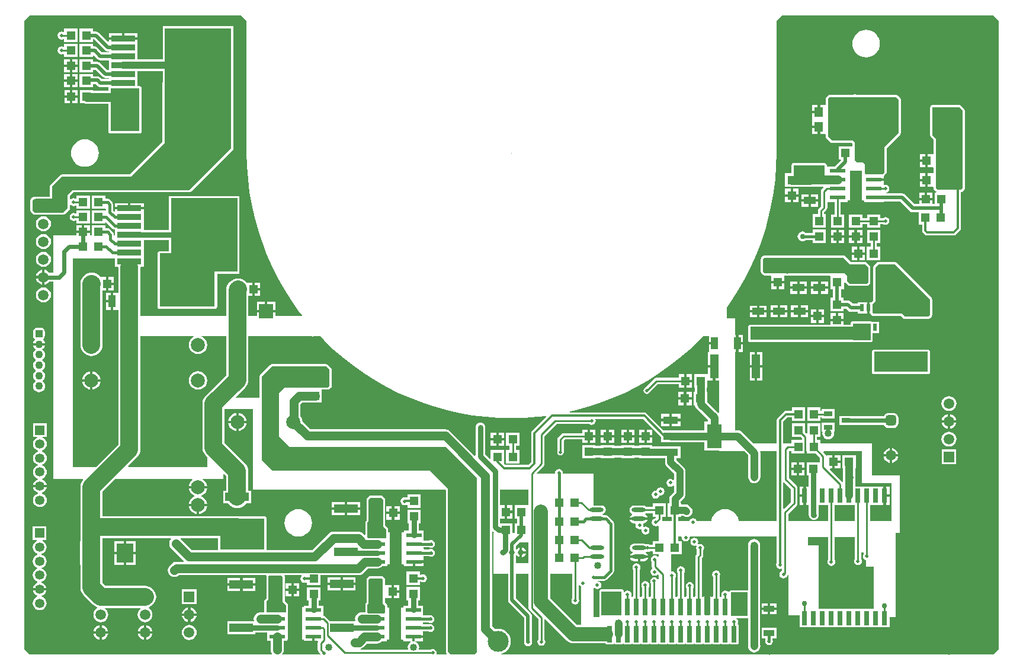
<source format=gtl>
%FSLAX25Y25*%
%MOIN*%
G70*
G01*
G75*
G04 Layer_Physical_Order=1*
G04 Layer_Color=255*
%ADD10R,0.05100X0.05100*%
G04:AMPARAMS|DCode=11|XSize=94.49mil|YSize=29.13mil|CornerRadius=0.73mil|HoleSize=0mil|Usage=FLASHONLY|Rotation=270.000|XOffset=0mil|YOffset=0mil|HoleType=Round|Shape=RoundedRectangle|*
%AMROUNDEDRECTD11*
21,1,0.09449,0.02768,0,0,270.0*
21,1,0.09303,0.02913,0,0,270.0*
1,1,0.00146,-0.01384,-0.04652*
1,1,0.00146,-0.01384,0.04652*
1,1,0.00146,0.01384,0.04652*
1,1,0.00146,0.01384,-0.04652*
%
%ADD11ROUNDEDRECTD11*%
%ADD12R,0.03937X0.07087*%
%ADD13R,0.07087X0.03937*%
%ADD14R,0.04724X0.13780*%
%ADD15R,0.05906X0.03543*%
%ADD16R,0.09449X0.11024*%
%ADD17R,0.03150X0.07874*%
%ADD18O,0.07874X0.02362*%
%ADD19R,0.08465X0.04331*%
%ADD20R,0.08465X0.04331*%
%ADD21R,0.08465X0.13780*%
%ADD22R,0.37402X0.41339*%
%ADD23R,0.13780X0.03543*%
%ADD24R,0.08661X0.02362*%
%ADD25R,0.08661X0.02362*%
%ADD26R,0.06693X0.15748*%
%ADD27R,0.13465X0.04921*%
%ADD28R,0.04921X0.02756*%
%ADD29R,0.09843X0.07874*%
%ADD30R,0.13465X0.04724*%
%ADD31R,0.05080X0.05600*%
%ADD32R,0.20472X0.19200*%
%ADD33R,0.07874X0.07874*%
%ADD34R,0.07874X0.07874*%
%ADD35R,0.02165X0.03937*%
%ADD36R,0.05100X0.05100*%
%ADD37R,0.07087X0.04449*%
%ADD38R,0.07874X0.09843*%
%ADD39R,0.04449X0.07087*%
%ADD40C,0.01102*%
%ADD41C,0.03000*%
%ADD42C,0.04331*%
%ADD43C,0.01500*%
%ADD44C,0.02362*%
%ADD45C,0.05000*%
%ADD46C,0.01200*%
%ADD47C,0.02000*%
%ADD48C,0.04000*%
%ADD49C,0.08000*%
%ADD50C,0.10000*%
%ADD51C,0.01969*%
%ADD52C,0.02165*%
%ADD53R,0.03600X0.13800*%
%ADD54R,0.08000X0.29700*%
%ADD55R,0.07000X0.24600*%
%ADD56R,0.06600X0.24400*%
%ADD57R,0.06700X0.20500*%
%ADD58R,0.11300X0.13400*%
%ADD59R,0.09300X0.13200*%
%ADD60R,0.25100X0.17800*%
%ADD61R,0.16300X0.24200*%
%ADD62R,0.31100X0.30000*%
%ADD63R,0.17300X0.10200*%
%ADD64R,0.59000X0.07200*%
%ADD65R,0.10000X0.09200*%
%ADD66R,0.30300X0.11200*%
%ADD67C,0.00197*%
%ADD68C,0.03150*%
%ADD69R,0.11811X0.11811*%
%ADD70C,0.11811*%
%ADD71C,0.05906*%
%ADD72R,0.05906X0.05906*%
%ADD73C,0.04331*%
G04:AMPARAMS|DCode=74|XSize=43.31mil|YSize=43.31mil|CornerRadius=10.83mil|HoleSize=0mil|Usage=FLASHONLY|Rotation=90.000|XOffset=0mil|YOffset=0mil|HoleType=Round|Shape=RoundedRectangle|*
%AMROUNDEDRECTD74*
21,1,0.04331,0.02165,0,0,90.0*
21,1,0.02165,0.04331,0,0,90.0*
1,1,0.02165,0.01083,0.01083*
1,1,0.02165,0.01083,-0.01083*
1,1,0.02165,-0.01083,-0.01083*
1,1,0.02165,-0.01083,0.01083*
%
%ADD74ROUNDEDRECTD74*%
%ADD75C,0.05315*%
%ADD76R,0.05315X0.05315*%
G04:AMPARAMS|DCode=77|XSize=59.06mil|YSize=59.06mil|CornerRadius=14.76mil|HoleSize=0mil|Usage=FLASHONLY|Rotation=90.000|XOffset=0mil|YOffset=0mil|HoleType=Round|Shape=RoundedRectangle|*
%AMROUNDEDRECTD77*
21,1,0.05906,0.02953,0,0,90.0*
21,1,0.02953,0.05906,0,0,90.0*
1,1,0.02953,0.01476,0.01476*
1,1,0.02953,0.01476,-0.01476*
1,1,0.02953,-0.01476,-0.01476*
1,1,0.02953,-0.01476,0.01476*
%
%ADD77ROUNDEDRECTD77*%
%ADD78C,0.07874*%
%ADD79C,0.02000*%
%ADD80C,0.04000*%
%ADD81C,0.03000*%
G36*
X45700Y-253900D02*
Y-264400D01*
X62100D01*
Y-275000D01*
Y-285700D01*
X50166D01*
Y-276496D01*
X57692D01*
Y-271359D01*
Y-266221D01*
X41775D01*
Y-261787D01*
X41779Y-261778D01*
X41894Y-260900D01*
X41779Y-260021D01*
X41725Y-259892D01*
Y-256150D01*
X42081D01*
Y-248650D01*
X34581D01*
Y-256150D01*
X34936D01*
Y-260969D01*
X34936Y-260969D01*
X34987Y-261351D01*
Y-263408D01*
X34525Y-263600D01*
X27537Y-256612D01*
X27728Y-256150D01*
X28980D01*
Y-252401D01*
Y-248650D01*
X25919D01*
Y-248799D01*
X25422Y-248849D01*
X25350Y-248486D01*
X25195Y-248254D01*
X24962Y-247907D01*
X23918Y-246862D01*
X24109Y-246400D01*
X45700D01*
Y-253900D01*
D02*
G37*
G36*
X41596Y-285700D02*
X30167D01*
Y-276496D01*
X41596D01*
Y-285700D01*
D02*
G37*
G36*
X-142045Y-276750D02*
X-142419D01*
Y-276750D01*
X-149919D01*
Y-284250D01*
X-148412D01*
Y-287050D01*
X-149919D01*
Y-292191D01*
X-151081D01*
Y-287050D01*
X-157977D01*
Y-284250D01*
X-155520D01*
Y-280501D01*
Y-276750D01*
X-157977D01*
Y-267941D01*
X-142045D01*
Y-276750D01*
D02*
G37*
G36*
X-300637Y-4527D02*
Y-78740D01*
X-300655D01*
X-300475Y-86055D01*
X-299937Y-93353D01*
X-299041Y-100615D01*
X-297790Y-107824D01*
X-296187Y-114964D01*
X-294235Y-122016D01*
X-291940Y-128964D01*
X-289306Y-135791D01*
X-286341Y-142480D01*
X-283051Y-149016D01*
X-279445Y-155382D01*
X-275530Y-161564D01*
X-271317Y-167547D01*
X-269415Y-169984D01*
X-269634Y-170433D01*
X-284563D01*
Y-168289D01*
X-294837D01*
Y-170433D01*
X-299666D01*
Y-159150D01*
X-297458D01*
Y-155401D01*
Y-151650D01*
X-300488D01*
X-301025Y-150995D01*
X-301970Y-150220D01*
X-303047Y-149644D01*
X-304215Y-149290D01*
X-305431Y-149170D01*
X-306646Y-149290D01*
X-307815Y-149644D01*
X-308892Y-150220D01*
X-309836Y-150995D01*
X-310301Y-151460D01*
X-311076Y-152404D01*
X-311652Y-153481D01*
X-312006Y-154650D01*
X-312126Y-155865D01*
X-312126Y-155866D01*
Y-170433D01*
X-360470D01*
Y-159400D01*
X-360470Y-159400D01*
X-360470Y-159400D01*
Y-159400D01*
Y-155300D01*
Y-150600D01*
Y-145900D01*
Y-143100D01*
X-360172Y-142772D01*
X-358610D01*
Y-137772D01*
Y-132772D01*
Y-127772D01*
Y-127523D01*
X-344475D01*
Y-133877D01*
X-349600D01*
X-350068Y-133970D01*
X-350465Y-134235D01*
X-350730Y-134632D01*
X-350823Y-135100D01*
Y-165100D01*
X-350730Y-165568D01*
X-350465Y-165965D01*
X-350068Y-166230D01*
X-349600Y-166323D01*
X-318500D01*
X-318032Y-166230D01*
X-317635Y-165965D01*
X-317370Y-165568D01*
X-317277Y-165100D01*
Y-146669D01*
X-304673D01*
Y-102931D01*
X-344475D01*
Y-122077D01*
X-358610D01*
Y-117772D01*
Y-112772D01*
Y-110489D01*
X-374790D01*
Y-111445D01*
X-375252Y-111637D01*
X-375812Y-111076D01*
Y-107500D01*
X-375963Y-106739D01*
X-376394Y-106094D01*
X-377544Y-104944D01*
X-378189Y-104513D01*
X-378950Y-104362D01*
X-380281D01*
Y-102600D01*
X-387781D01*
Y-110100D01*
X-380281D01*
Y-110100D01*
X-380142D01*
X-379788Y-110454D01*
Y-110900D01*
X-380281D01*
Y-110900D01*
X-387781D01*
Y-118400D01*
X-380281D01*
Y-117684D01*
X-379819Y-117493D01*
X-376106Y-121206D01*
X-375461Y-121637D01*
X-374790Y-121770D01*
Y-122772D01*
Y-124880D01*
X-375412D01*
Y-124500D01*
X-375563Y-123739D01*
X-375994Y-123094D01*
X-377544Y-121544D01*
X-378189Y-121113D01*
X-378950Y-120962D01*
X-380281D01*
Y-119200D01*
X-387781D01*
Y-124880D01*
X-388942D01*
Y-123639D01*
X-396442D01*
Y-124880D01*
X-409565D01*
Y-146080D01*
X-411620D01*
X-412030Y-145545D01*
X-412897Y-144880D01*
X-413907Y-144461D01*
X-414302Y-144409D01*
Y-148508D01*
Y-152605D01*
X-413907Y-152553D01*
X-412897Y-152135D01*
X-412030Y-151469D01*
X-411620Y-150935D01*
X-409565D01*
Y-262082D01*
X-392898D01*
X-392684Y-262534D01*
X-393180Y-263139D01*
X-393756Y-264216D01*
X-394110Y-265385D01*
X-394230Y-266600D01*
X-394230Y-266600D01*
Y-276600D01*
X-394230Y-276600D01*
X-394230D01*
Y-296989D01*
X-394517D01*
Y-310413D01*
X-394230D01*
Y-322976D01*
X-394230Y-322976D01*
X-394110Y-324191D01*
X-393756Y-325360D01*
X-393180Y-326437D01*
X-392405Y-327381D01*
X-387074Y-332713D01*
X-387074Y-332713D01*
X-386130Y-333487D01*
X-385053Y-334063D01*
X-384832Y-334130D01*
X-384736Y-334159D01*
X-384711Y-334659D01*
X-384763Y-334680D01*
X-385630Y-335346D01*
X-386296Y-336213D01*
X-386714Y-337223D01*
X-386857Y-338307D01*
X-386714Y-339391D01*
X-386296Y-340402D01*
X-385630Y-341269D01*
X-384763Y-341935D01*
X-383753Y-342353D01*
X-382669Y-342496D01*
X-381585Y-342353D01*
X-380574Y-341935D01*
X-379707Y-341269D01*
X-379041Y-340402D01*
X-378623Y-339391D01*
X-378480Y-338307D01*
X-378623Y-337223D01*
X-379041Y-336213D01*
X-379707Y-335346D01*
X-380574Y-334680D01*
X-380546Y-334537D01*
X-360506D01*
X-360345Y-335011D01*
X-360782Y-335346D01*
X-361447Y-336213D01*
X-361866Y-337223D01*
X-362008Y-338307D01*
X-361866Y-339391D01*
X-361447Y-340402D01*
X-360782Y-341269D01*
X-359914Y-341935D01*
X-358904Y-342353D01*
X-357820Y-342496D01*
X-356736Y-342353D01*
X-355726Y-341935D01*
X-354858Y-341269D01*
X-354192Y-340402D01*
X-353774Y-339391D01*
X-353631Y-338307D01*
X-353774Y-337223D01*
X-354192Y-336213D01*
X-354858Y-335346D01*
X-355726Y-334680D01*
X-355777Y-334659D01*
X-355752Y-334159D01*
X-355436Y-334063D01*
X-354359Y-333487D01*
X-353415Y-332713D01*
X-352640Y-331768D01*
X-352064Y-330691D01*
X-351710Y-329523D01*
X-351590Y-328307D01*
X-351710Y-327092D01*
X-352064Y-325923D01*
X-352640Y-324846D01*
X-353415Y-323902D01*
X-354359Y-323127D01*
X-355436Y-322551D01*
X-356604Y-322197D01*
X-357820Y-322077D01*
X-380088D01*
X-381770Y-320395D01*
Y-295295D01*
X-343423D01*
X-343202Y-295743D01*
X-343732Y-296434D01*
X-344105Y-297334D01*
X-344232Y-298300D01*
X-344105Y-299266D01*
X-343732Y-300166D01*
X-343139Y-300939D01*
X-335961Y-308117D01*
X-336152Y-308579D01*
X-340211D01*
X-341064Y-308691D01*
X-341177Y-308706D01*
X-341440Y-308815D01*
X-342077Y-309079D01*
X-342849Y-309672D01*
X-343939Y-310761D01*
X-344532Y-311534D01*
X-344905Y-312434D01*
X-345032Y-313400D01*
X-344905Y-314366D01*
X-344532Y-315266D01*
X-343939Y-316039D01*
X-343166Y-316632D01*
X-342266Y-317005D01*
X-341300Y-317132D01*
X-340334Y-317005D01*
X-339434Y-316632D01*
X-338666Y-316043D01*
X-289807D01*
X-289490Y-316429D01*
X-289524Y-316600D01*
Y-329193D01*
X-290365Y-330035D01*
X-290630Y-330432D01*
X-290723Y-330900D01*
Y-336500D01*
X-290707Y-336582D01*
X-291024Y-336968D01*
X-292900D01*
X-293754Y-337080D01*
X-293866Y-337095D01*
X-294129Y-337204D01*
X-294766Y-337468D01*
X-295203Y-337804D01*
X-295539Y-338061D01*
Y-338061D01*
X-295677Y-338241D01*
X-296132Y-338834D01*
X-296241Y-339098D01*
X-296505Y-339734D01*
X-296632Y-340700D01*
X-296505Y-341666D01*
X-296758Y-342044D01*
X-311563D01*
Y-349365D01*
X-295698D01*
Y-348423D01*
X-288998D01*
Y-353081D01*
X-287199D01*
Y-357649D01*
X-287232Y-357900D01*
X-287105Y-358866D01*
X-286732Y-359766D01*
X-286297Y-360332D01*
X-286519Y-360781D01*
X-422639D01*
X-425741Y-357678D01*
Y-4527D01*
X-422639Y-1424D01*
X-303740D01*
X-300637Y-4527D01*
D02*
G37*
G36*
X-224000Y-318500D02*
Y-332000D01*
X-222800Y-333200D01*
Y-337000D01*
X-222700Y-337100D01*
X-223100Y-337500D01*
X-232200D01*
X-232700Y-337000D01*
Y-332600D01*
X-232000Y-331900D01*
Y-318500D01*
X-231400Y-317900D01*
X-224600D01*
X-224000Y-318500D01*
D02*
G37*
G36*
X-280500Y-316900D02*
Y-331100D01*
X-278600Y-333000D01*
Y-336900D01*
X-278700Y-337000D01*
X-289000D01*
X-289500Y-336500D01*
Y-330900D01*
X-288300Y-329700D01*
Y-316600D01*
X-288000Y-316300D01*
X-281100D01*
X-280500Y-316900D01*
D02*
G37*
G36*
X-312126Y-203719D02*
X-323705Y-215299D01*
X-324480Y-216243D01*
X-325056Y-217320D01*
X-325410Y-218489D01*
X-325530Y-219704D01*
X-325530Y-219704D01*
Y-244300D01*
X-325530Y-244300D01*
X-325410Y-245515D01*
X-325056Y-246684D01*
X-324480Y-247761D01*
X-323705Y-248705D01*
X-322900Y-249511D01*
Y-255200D01*
X-367136D01*
X-367327Y-254738D01*
X-362295Y-249705D01*
X-362295Y-249705D01*
X-361520Y-248761D01*
X-360944Y-247684D01*
X-360590Y-246515D01*
X-360470Y-245300D01*
X-360470Y-245300D01*
Y-181500D01*
X-330393D01*
X-330295Y-181990D01*
X-330591Y-182113D01*
X-331664Y-182936D01*
X-332487Y-184009D01*
X-333005Y-185259D01*
X-333181Y-186600D01*
X-333005Y-187941D01*
X-332487Y-189191D01*
X-331664Y-190264D01*
X-330591Y-191087D01*
X-329341Y-191605D01*
X-328000Y-191781D01*
X-326659Y-191605D01*
X-325409Y-191087D01*
X-324336Y-190264D01*
X-323513Y-189191D01*
X-322995Y-187941D01*
X-322819Y-186600D01*
X-322995Y-185259D01*
X-323513Y-184009D01*
X-324336Y-182936D01*
X-325409Y-182113D01*
X-326653Y-181598D01*
Y-181597D01*
X-326653D01*
X-326659Y-181595D01*
Y-181595D01*
X-326653Y-181500D01*
X-312126D01*
Y-203719D01*
D02*
G37*
G36*
X-142045Y-309200D02*
X-149076D01*
Y-304950D01*
X-148731Y-304833D01*
X-148569D01*
X-148298Y-305186D01*
X-147718Y-305631D01*
X-147043Y-305911D01*
X-147008Y-305915D01*
Y-303208D01*
Y-300499D01*
X-147043Y-300504D01*
X-147718Y-300783D01*
X-148298Y-301228D01*
X-148569Y-301581D01*
X-148731D01*
X-149076Y-301464D01*
Y-299648D01*
X-147128Y-297700D01*
X-142045D01*
Y-309200D01*
D02*
G37*
G36*
X41596Y-306893D02*
X41309Y-307323D01*
X41138Y-308181D01*
X41309Y-309039D01*
X41795Y-309767D01*
X42523Y-310253D01*
X43381Y-310424D01*
X44239Y-310253D01*
X44967Y-309767D01*
X45453Y-309039D01*
X45624Y-308181D01*
X45453Y-307323D01*
X45167Y-306893D01*
Y-303409D01*
X46595D01*
Y-304193D01*
X46309Y-304623D01*
X46138Y-305481D01*
X46309Y-306339D01*
X46795Y-307067D01*
X47523Y-307553D01*
X47900Y-307628D01*
Y-310200D01*
Y-311200D01*
X52200D01*
Y-321800D01*
Y-335119D01*
X21200D01*
Y-333200D01*
Y-299181D01*
X15100D01*
Y-294700D01*
X26596D01*
Y-307312D01*
X26309Y-307742D01*
X26138Y-308600D01*
X26309Y-309458D01*
X26795Y-310186D01*
X27523Y-310672D01*
X28381Y-310843D01*
X29239Y-310672D01*
X29967Y-310186D01*
X30453Y-309458D01*
X30624Y-308600D01*
X30453Y-307742D01*
X30167Y-307312D01*
Y-294700D01*
X41596D01*
Y-306893D01*
D02*
G37*
G36*
X14681Y-247650D02*
X19656D01*
X21914Y-249909D01*
Y-252650D01*
X14481D01*
Y-260150D01*
X15658D01*
Y-266221D01*
X14070D01*
Y-271359D01*
Y-276496D01*
X15658D01*
Y-282181D01*
X15751Y-282886D01*
X16023Y-283543D01*
X16455Y-284107D01*
X16574Y-284226D01*
X17138Y-284658D01*
X17795Y-284930D01*
X18500Y-285023D01*
X19205Y-284930D01*
X19862Y-284658D01*
X20426Y-284226D01*
X20858Y-283662D01*
X21131Y-283005D01*
X21223Y-282300D01*
X21131Y-281595D01*
X21104Y-281532D01*
Y-276496D01*
X26596D01*
Y-285700D01*
X4086D01*
Y-281540D01*
X8762Y-276863D01*
X9150Y-276283D01*
X9285Y-275600D01*
Y-267100D01*
X9150Y-266417D01*
X8762Y-265838D01*
X4386Y-261460D01*
Y-246400D01*
X6019D01*
Y-247650D01*
X13519D01*
Y-246400D01*
X14681D01*
Y-247650D01*
D02*
G37*
G36*
X-223900Y-273500D02*
Y-288500D01*
X-222200Y-290200D01*
Y-295000D01*
X-222400Y-295200D01*
X-232000D01*
X-232700Y-294500D01*
Y-286400D01*
X-232000Y-285700D01*
Y-273500D01*
X-231200Y-272700D01*
X-224700D01*
X-223900Y-273500D01*
D02*
G37*
G36*
X-316923Y-301997D02*
X-331526D01*
X-337861Y-295661D01*
X-337737Y-295295D01*
X-316923D01*
Y-301997D01*
D02*
G37*
G36*
X-374790Y-142772D02*
X-373228D01*
X-372930Y-143100D01*
Y-145900D01*
Y-150600D01*
Y-155300D01*
Y-157357D01*
X-375645D01*
Y-162101D01*
Y-166843D01*
X-372930D01*
Y-242720D01*
X-385411Y-255200D01*
X-398300D01*
Y-138000D01*
X-374790D01*
Y-142772D01*
D02*
G37*
G36*
X-263606Y-181848D02*
X-263600Y-181900D01*
X-262725Y-181800D01*
X-262725D01*
D01*
D01*
D01*
X-262725Y-181800D01*
X-259233D01*
X-256990Y-184155D01*
X-251691Y-189201D01*
X-246150Y-193980D01*
X-240382Y-198482D01*
X-234399Y-202695D01*
X-228217Y-206610D01*
X-221850Y-210217D01*
X-215315Y-213507D01*
X-208625Y-216472D01*
X-201798Y-219105D01*
X-194850Y-221400D01*
X-187798Y-223352D01*
X-180659Y-224955D01*
X-173449Y-226206D01*
X-166187Y-227102D01*
X-158890Y-227640D01*
X-151575Y-227820D01*
X-144260Y-227640D01*
X-136962Y-227102D01*
X-132062Y-226498D01*
X-131842Y-226947D01*
X-139998Y-235102D01*
X-140396Y-235698D01*
X-140419Y-235814D01*
X-140535Y-236400D01*
Y-252540D01*
X-142060Y-254065D01*
X-155140D01*
X-155846Y-253359D01*
X-155808Y-253268D01*
X-155808D01*
X-155808Y-253268D01*
Y-245768D01*
X-163308D01*
Y-250587D01*
X-163770Y-250779D01*
X-166477Y-248072D01*
Y-232900D01*
X-166569Y-232195D01*
X-166842Y-231538D01*
X-167274Y-230974D01*
X-167838Y-230542D01*
X-168495Y-230270D01*
X-169200Y-230177D01*
X-169905Y-230270D01*
X-170562Y-230542D01*
X-171126Y-230974D01*
X-171558Y-231538D01*
X-171830Y-232195D01*
X-171923Y-232900D01*
Y-248746D01*
X-172385Y-248937D01*
X-186161Y-235161D01*
X-186934Y-234568D01*
X-187461Y-234350D01*
X-187834Y-234195D01*
X-188800Y-234068D01*
X-264976D01*
X-269233Y-229811D01*
X-269395Y-228581D01*
X-269913Y-227331D01*
X-270468Y-226608D01*
Y-219946D01*
X-269485Y-218963D01*
X-265850D01*
Y-218981D01*
X-258350D01*
Y-211824D01*
X-254900D01*
X-254432Y-211730D01*
X-254035Y-211465D01*
X-253135Y-210565D01*
X-252870Y-210168D01*
X-252777Y-209700D01*
Y-200500D01*
X-252870Y-200032D01*
X-253135Y-199635D01*
X-254935Y-197835D01*
X-255332Y-197570D01*
X-255800Y-197476D01*
X-286600D01*
X-287068Y-197570D01*
X-287465Y-197835D01*
X-292965Y-203335D01*
X-293230Y-203732D01*
X-293323Y-204200D01*
Y-216400D01*
X-306532D01*
X-306724Y-215938D01*
X-301491Y-210705D01*
X-301491Y-210705D01*
X-300716Y-209761D01*
X-300140Y-208684D01*
X-299786Y-207515D01*
X-299666Y-206300D01*
Y-181500D01*
X-263954D01*
X-263606Y-181848D01*
D02*
G37*
G36*
X-40569Y-185111D02*
X-37399D01*
Y-186489D01*
X-40569D01*
Y-190510D01*
X-41162D01*
Y-197911D01*
X-37599D01*
Y-198599D01*
X-36911D01*
Y-206690D01*
X-34900D01*
Y-224646D01*
X-35362Y-224838D01*
X-41563Y-218637D01*
Y-213013D01*
X-41775D01*
Y-210650D01*
X-41419D01*
Y-206690D01*
X-41162D01*
Y-206690D01*
X-38289D01*
Y-199289D01*
X-41162D01*
Y-203150D01*
X-41419D01*
Y-203150D01*
X-48919D01*
Y-210650D01*
X-48564D01*
Y-213013D01*
X-49063D01*
Y-220513D01*
X-48474D01*
X-48448Y-220709D01*
X-48109Y-221528D01*
X-47570Y-222231D01*
X-40990Y-228811D01*
Y-229810D01*
X-43028D01*
Y-234506D01*
X-62005D01*
X-62225Y-234535D01*
X-66070D01*
X-75443Y-225162D01*
X-76038Y-224764D01*
X-76155Y-224741D01*
X-76740Y-224624D01*
X-118749D01*
X-118804Y-224127D01*
X-115351Y-223352D01*
X-108299Y-221400D01*
X-101351Y-219105D01*
X-94525Y-216472D01*
X-87835Y-213507D01*
X-81299Y-210217D01*
X-74933Y-206610D01*
X-68751Y-202695D01*
X-62768Y-198482D01*
X-57000Y-193980D01*
X-51459Y-189201D01*
X-46160Y-184155D01*
X-43917Y-181800D01*
X-40569D01*
Y-185111D01*
D02*
G37*
G36*
X-67437Y-238358D02*
Y-241265D01*
X-62225D01*
X-62005Y-241294D01*
X-43028D01*
Y-245990D01*
X-34900D01*
Y-246400D01*
X-20600D01*
X-18394Y-248606D01*
Y-261000D01*
X-18279Y-261878D01*
X-17940Y-262697D01*
X-17400Y-263400D01*
X-16697Y-263940D01*
X-15879Y-264279D01*
X-15000Y-264394D01*
X-14121Y-264279D01*
X-13303Y-263940D01*
X-12600Y-263400D01*
X-12060Y-262697D01*
X-11721Y-261878D01*
X-11606Y-261000D01*
Y-247200D01*
X-11606Y-247200D01*
X-11661Y-246776D01*
X-11332Y-246400D01*
X-2335D01*
Y-285700D01*
X-23765D01*
X-23813Y-285214D01*
X-24253Y-283763D01*
X-24968Y-282426D01*
X-25929Y-281255D01*
X-27101Y-280293D01*
X-28438Y-279578D01*
X-29889Y-279138D01*
X-31398Y-278990D01*
X-31447Y-278994D01*
X-31496Y-278990D01*
X-33005Y-279138D01*
X-34455Y-279578D01*
X-35792Y-280293D01*
X-36964Y-281255D01*
X-37926Y-282426D01*
X-38641Y-283763D01*
X-39081Y-285214D01*
X-39129Y-285700D01*
X-47296D01*
X-47328Y-285542D01*
X-47814Y-284814D01*
X-48542Y-284328D01*
X-49400Y-284157D01*
X-50258Y-284328D01*
X-50986Y-284814D01*
X-51472Y-285542D01*
X-51504Y-285700D01*
X-57834D01*
Y-283250D01*
X-56119D01*
Y-282728D01*
X-54962D01*
X-54614Y-282995D01*
D01*
D01*
Y-282995D01*
X-54614Y-282995D01*
D01*
D01*
X-54614D01*
Y-282995D01*
D01*
X-54614D01*
Y-282995D01*
X-53835Y-283318D01*
X-53000Y-283428D01*
X-52165Y-283318D01*
X-51386Y-282995D01*
X-51386Y-282995D01*
X-51386Y-282995D01*
X-50718Y-282482D01*
X-50205Y-281814D01*
X-49882Y-281035D01*
X-49882Y-281035D01*
X-49882Y-281035D01*
X-49772Y-280200D01*
X-49882Y-279365D01*
X-50205Y-278586D01*
X-50718Y-277918D01*
X-51418Y-277218D01*
X-52086Y-276705D01*
X-52865Y-276382D01*
X-53700Y-276272D01*
X-56119D01*
Y-275750D01*
X-56372D01*
Y-274537D01*
X-54668Y-272832D01*
X-54155Y-272164D01*
X-53832Y-271385D01*
X-53722Y-270550D01*
Y-257750D01*
X-53832Y-256915D01*
X-54155Y-256136D01*
X-54668Y-255468D01*
X-58777Y-251358D01*
Y-250321D01*
X-56573D01*
Y-243590D01*
X-67437D01*
Y-243727D01*
X-72350D01*
Y-242981D01*
X-79850D01*
Y-243403D01*
X-82450D01*
Y-242881D01*
X-89950D01*
Y-243403D01*
X-93850D01*
Y-242881D01*
X-101350D01*
Y-243403D01*
X-104350D01*
Y-242881D01*
X-111850D01*
Y-250381D01*
X-104350D01*
Y-249858D01*
X-101350D01*
Y-250381D01*
X-93850D01*
Y-249858D01*
X-89950D01*
Y-250381D01*
X-82450D01*
Y-249858D01*
X-79850D01*
Y-250481D01*
X-72350D01*
Y-250183D01*
X-67437D01*
Y-250321D01*
X-65232D01*
Y-252695D01*
X-65122Y-253531D01*
X-64800Y-254309D01*
X-64287Y-254977D01*
X-60178Y-259087D01*
Y-262275D01*
X-60619Y-262511D01*
X-61342Y-262028D01*
X-62200Y-261857D01*
X-63058Y-262028D01*
X-63786Y-262514D01*
X-64272Y-263242D01*
X-64443Y-264100D01*
X-64272Y-264958D01*
X-63786Y-265686D01*
X-63058Y-266172D01*
X-62200Y-266343D01*
X-61342Y-266172D01*
X-60619Y-265689D01*
X-60178Y-265925D01*
Y-269213D01*
X-61882Y-270918D01*
X-62395Y-271586D01*
X-62718Y-272365D01*
X-62828Y-273200D01*
Y-275750D01*
X-63619D01*
Y-283250D01*
X-61505D01*
Y-285700D01*
X-66676D01*
X-66911Y-285259D01*
X-66881Y-285214D01*
X-66745Y-284531D01*
Y-283250D01*
X-64781D01*
Y-275750D01*
X-72281D01*
Y-277614D01*
X-75719D01*
X-76404Y-277157D01*
X-77333Y-276972D01*
X-82845D01*
X-83774Y-277157D01*
X-84562Y-277683D01*
X-85088Y-278471D01*
X-85273Y-279400D01*
X-85088Y-280329D01*
X-84562Y-281117D01*
X-83774Y-281643D01*
X-83738Y-281650D01*
Y-282150D01*
X-83774Y-282157D01*
X-84562Y-282683D01*
X-85088Y-283471D01*
X-85136Y-283711D01*
X-75042D01*
X-75090Y-283471D01*
X-75616Y-282683D01*
X-76404Y-282157D01*
X-76439Y-282150D01*
Y-281650D01*
X-76404Y-281643D01*
X-75719Y-281186D01*
X-72281D01*
Y-283250D01*
X-70316D01*
Y-283791D01*
X-70752Y-284227D01*
X-71258Y-284328D01*
X-71986Y-284814D01*
X-72472Y-285542D01*
X-72643Y-286400D01*
X-72472Y-287258D01*
X-71986Y-287986D01*
X-71258Y-288472D01*
X-70400Y-288643D01*
X-69542Y-288472D01*
X-69341Y-288338D01*
X-68900Y-288574D01*
Y-294800D01*
Y-296850D01*
X-72081D01*
Y-299014D01*
X-73712D01*
X-74142Y-298728D01*
X-75000Y-298557D01*
X-75858Y-298728D01*
X-75903Y-298758D01*
X-76204Y-298557D01*
X-77133Y-298372D01*
X-82645D01*
X-83574Y-298557D01*
X-84362Y-299083D01*
X-84888Y-299871D01*
X-85073Y-300800D01*
X-84888Y-301729D01*
X-84362Y-302517D01*
X-83574Y-303043D01*
X-83539Y-303050D01*
Y-303550D01*
X-83574Y-303557D01*
X-84362Y-304083D01*
X-84888Y-304871D01*
X-84936Y-305111D01*
X-74842D01*
X-74890Y-304871D01*
X-75416Y-304083D01*
X-76204Y-303557D01*
X-76239Y-303550D01*
Y-303443D01*
X-75867Y-302885D01*
X-75853Y-302873D01*
X-75000Y-303043D01*
X-74142Y-302872D01*
X-73712Y-302586D01*
X-72081D01*
Y-304350D01*
X-68900D01*
Y-305522D01*
X-69379Y-305667D01*
X-69414Y-305614D01*
X-70142Y-305128D01*
X-71000Y-304957D01*
X-71858Y-305128D01*
X-72586Y-305614D01*
X-73072Y-306342D01*
X-73243Y-307200D01*
X-73072Y-308058D01*
X-72685Y-308637D01*
Y-311200D01*
X-72550Y-311883D01*
X-72451Y-312031D01*
X-72548Y-312522D01*
X-72686Y-312614D01*
X-73172Y-313342D01*
X-73343Y-314200D01*
X-73172Y-315058D01*
X-72686Y-315786D01*
X-71958Y-316272D01*
X-71100Y-316443D01*
X-70242Y-316272D01*
X-69514Y-315786D01*
X-69463Y-315709D01*
X-69270Y-315690D01*
X-68900Y-316026D01*
Y-318211D01*
X-69379Y-318356D01*
X-69714Y-317854D01*
X-70442Y-317368D01*
X-71300Y-317197D01*
X-72158Y-317368D01*
X-72886Y-317854D01*
X-73372Y-318582D01*
X-73543Y-319440D01*
X-73372Y-320299D01*
X-73105Y-320699D01*
Y-327961D01*
X-73199Y-327980D01*
X-73620Y-328261D01*
X-74018D01*
X-74439Y-327980D01*
X-74533Y-327961D01*
Y-323007D01*
X-74247Y-322577D01*
X-74076Y-321719D01*
X-74247Y-320861D01*
X-74733Y-320133D01*
X-75461Y-319647D01*
X-76319Y-319476D01*
X-77177Y-319647D01*
X-77905Y-320133D01*
X-78391Y-320861D01*
X-78562Y-321719D01*
X-78391Y-322577D01*
X-78105Y-323007D01*
Y-327961D01*
X-78199Y-327980D01*
X-78620Y-328261D01*
X-79018D01*
Y-328261D01*
X-79439Y-327980D01*
X-79533Y-327961D01*
Y-313007D01*
X-79247Y-312577D01*
X-79076Y-311719D01*
X-79247Y-310861D01*
X-79733Y-310133D01*
X-80461Y-309647D01*
X-81319Y-309476D01*
X-82177Y-309647D01*
X-82905Y-310133D01*
X-83391Y-310861D01*
X-83562Y-311719D01*
X-83391Y-312577D01*
X-83104Y-313007D01*
Y-327961D01*
X-83200Y-327980D01*
X-83621Y-328261D01*
Y-328261D01*
X-84003D01*
X-84238Y-327820D01*
X-84228Y-327804D01*
X-84057Y-326946D01*
X-84228Y-326087D01*
X-84714Y-325360D01*
X-85442Y-324873D01*
X-86300Y-324703D01*
X-87158Y-324873D01*
X-87886Y-325360D01*
X-87998Y-325527D01*
X-88477Y-325382D01*
Y-325200D01*
X-88570Y-324732D01*
X-88835Y-324335D01*
X-89232Y-324070D01*
X-89700Y-323976D01*
X-101000D01*
X-101468Y-324070D01*
X-101865Y-324335D01*
X-102130Y-324732D01*
X-102224Y-325200D01*
Y-338600D01*
X-102130Y-339068D01*
X-102021Y-339231D01*
X-102257Y-339672D01*
X-105400D01*
Y-323378D01*
X-104921Y-323233D01*
X-104886Y-323286D01*
X-104158Y-323772D01*
X-103300Y-323943D01*
X-102442Y-323772D01*
X-101714Y-323286D01*
X-101228Y-322558D01*
X-101057Y-321700D01*
X-101228Y-320842D01*
X-101714Y-320114D01*
X-102442Y-319628D01*
X-103300Y-319457D01*
X-103131Y-319288D01*
X-99600D01*
X-98839Y-319137D01*
X-98194Y-318706D01*
X-94394Y-314906D01*
X-93963Y-314261D01*
X-93812Y-313500D01*
Y-287215D01*
X-93963Y-286454D01*
X-94394Y-285809D01*
X-97209Y-282994D01*
X-97854Y-282563D01*
X-98615Y-282412D01*
X-99645D01*
X-100026Y-282157D01*
X-100955Y-281972D01*
Y-281828D01*
X-100026Y-281643D01*
X-99238Y-281117D01*
X-98712Y-280329D01*
X-98527Y-279400D01*
X-98712Y-278471D01*
X-99238Y-277683D01*
X-100026Y-277157D01*
X-100955Y-276972D01*
X-105400D01*
Y-259900D01*
Y-259100D01*
X-122385D01*
X-122688Y-258731D01*
X-122858Y-257872D01*
X-123345Y-257145D01*
X-124072Y-256658D01*
X-124931Y-256488D01*
X-125789Y-256658D01*
X-126517Y-257145D01*
X-127003Y-257872D01*
X-127174Y-258731D01*
X-127477Y-259100D01*
X-137322D01*
X-137513Y-258638D01*
X-133537Y-254662D01*
X-133150Y-254083D01*
X-133015Y-253400D01*
Y-237840D01*
X-126260Y-231085D01*
X-107788D01*
X-107358Y-231372D01*
X-106500Y-231543D01*
X-105642Y-231372D01*
X-104914Y-230886D01*
X-104428Y-230158D01*
X-104257Y-229300D01*
X-104428Y-228442D01*
X-104349Y-228295D01*
X-77500D01*
X-67437Y-238358D01*
D02*
G37*
G36*
X122592Y-4527D02*
Y-357610D01*
X119421Y-360781D01*
X-157349D01*
X-157423Y-360286D01*
X-156468Y-359996D01*
X-155233Y-359337D01*
X-154151Y-358449D01*
X-153263Y-357367D01*
X-152604Y-356132D01*
X-152197Y-354793D01*
X-152060Y-353400D01*
X-152197Y-352007D01*
X-152604Y-350668D01*
X-153263Y-349433D01*
X-154151Y-348351D01*
X-155233Y-347463D01*
X-156468Y-346804D01*
X-157807Y-346397D01*
X-159200Y-346260D01*
X-160593Y-346397D01*
X-160848Y-346475D01*
X-162568Y-344754D01*
Y-291536D01*
X-162106Y-291345D01*
X-161617Y-291834D01*
X-161765Y-292191D01*
X-161765D01*
X-161765Y-292191D01*
Y-315326D01*
Y-315400D01*
X-153562D01*
Y-330081D01*
X-153391Y-330939D01*
X-152905Y-331667D01*
X-144543Y-340029D01*
Y-353800D01*
X-144372Y-354658D01*
X-143886Y-355386D01*
X-143158Y-355872D01*
X-142300Y-356043D01*
X-142200D01*
X-141342Y-355872D01*
X-140614Y-355386D01*
X-140128Y-354658D01*
X-139957Y-353800D01*
X-140020Y-353482D01*
X-140057Y-353297D01*
Y-339100D01*
X-140228Y-338242D01*
X-140714Y-337514D01*
X-149076Y-329152D01*
Y-315400D01*
X-142045D01*
Y-334540D01*
X-141909Y-335223D01*
X-141522Y-335803D01*
X-136585Y-340740D01*
Y-352212D01*
X-136872Y-352642D01*
X-137043Y-353500D01*
X-136872Y-354358D01*
X-136386Y-355086D01*
X-135658Y-355572D01*
X-134800Y-355743D01*
X-133942Y-355572D01*
X-133214Y-355086D01*
X-132728Y-354358D01*
X-132557Y-353500D01*
X-132728Y-352642D01*
X-133015Y-352212D01*
Y-341056D01*
X-132553Y-340865D01*
X-120524Y-352893D01*
X-119438Y-353727D01*
X-118173Y-354251D01*
X-116816Y-354429D01*
X-98837D01*
X-98620Y-354754D01*
X-98199Y-355035D01*
X-97703Y-355134D01*
X-94935D01*
X-94438Y-355035D01*
X-94017Y-354754D01*
X-93621D01*
X-93199Y-355035D01*
X-92703Y-355134D01*
X-89935D01*
X-89438Y-355035D01*
X-89017Y-354754D01*
X-88621D01*
X-88621Y-354754D01*
X-88200Y-355035D01*
X-87703Y-355134D01*
X-84935D01*
X-84439Y-355035D01*
X-84017Y-354754D01*
Y-354754D01*
X-83621D01*
X-83200Y-355035D01*
X-82703Y-355134D01*
X-79935D01*
X-79439Y-355035D01*
X-79018Y-354754D01*
Y-354754D01*
X-78620D01*
X-78199Y-355035D01*
X-77703Y-355134D01*
X-74935D01*
X-74439Y-355035D01*
X-74018Y-354754D01*
X-73620D01*
X-73199Y-355035D01*
X-72703Y-355134D01*
X-69935D01*
X-69438Y-355035D01*
X-69017Y-354754D01*
X-68621D01*
Y-354754D01*
X-68199Y-355035D01*
X-67703Y-355134D01*
X-64935D01*
X-64438Y-355035D01*
X-64017Y-354754D01*
X-63621D01*
Y-354754D01*
X-63200Y-355035D01*
X-62703Y-355134D01*
X-59935D01*
X-59439Y-355035D01*
X-59017Y-354754D01*
Y-354754D01*
X-58621D01*
X-58200Y-355035D01*
X-57703Y-355134D01*
X-54935D01*
X-54439Y-355035D01*
X-54018Y-354754D01*
Y-354754D01*
X-53620D01*
X-53199Y-355035D01*
X-52703Y-355134D01*
X-49935D01*
X-49439Y-355035D01*
X-49018Y-354754D01*
X-48621D01*
X-48199Y-355035D01*
X-47703Y-355134D01*
X-44935D01*
X-44438Y-355035D01*
X-44017Y-354754D01*
X-43620D01*
Y-354754D01*
X-43200Y-355035D01*
X-42703Y-355134D01*
X-39935D01*
X-39439Y-355035D01*
X-39018Y-354754D01*
X-38620D01*
Y-354754D01*
X-38199Y-355035D01*
X-37703Y-355134D01*
X-34935D01*
X-34438Y-355035D01*
X-34018Y-354754D01*
Y-354754D01*
X-33621D01*
X-33200Y-355035D01*
X-32703Y-355134D01*
X-29935D01*
X-29438Y-355035D01*
X-29017Y-354754D01*
Y-354754D01*
X-28620D01*
X-28199Y-355035D01*
X-27703Y-355134D01*
X-24935D01*
X-24439Y-355035D01*
X-24017Y-354754D01*
X-23736Y-354333D01*
X-23637Y-353836D01*
Y-344533D01*
X-23736Y-344036D01*
X-24017Y-343615D01*
X-24374Y-343377D01*
X-24228Y-343158D01*
X-24057Y-342300D01*
X-24228Y-341442D01*
X-24714Y-340714D01*
X-25442Y-340228D01*
D01*
X-25442D01*
X-25441Y-340224D01*
X-25441Y-340224D01*
X-18700D01*
X-18494Y-340392D01*
Y-356100D01*
X-18494Y-356100D01*
X-18379Y-356979D01*
X-18040Y-357797D01*
X-17500Y-358500D01*
X-16797Y-359040D01*
X-15979Y-359379D01*
X-15100Y-359494D01*
X-14221Y-359379D01*
X-13403Y-359040D01*
X-12700Y-358500D01*
X-12600Y-358400D01*
X-12060Y-357697D01*
X-11721Y-356878D01*
X-11606Y-356000D01*
X-11706Y-355240D01*
Y-299200D01*
X-11821Y-298322D01*
X-12160Y-297503D01*
X-12700Y-296800D01*
X-13403Y-296260D01*
X-14221Y-295921D01*
X-15100Y-295806D01*
X-15979Y-295921D01*
X-16797Y-296260D01*
X-17500Y-296800D01*
X-18040Y-297503D01*
X-18379Y-298322D01*
X-18494Y-299200D01*
Y-324408D01*
X-18700Y-324576D01*
X-28000D01*
X-28468Y-324670D01*
X-28865Y-324935D01*
X-29130Y-325332D01*
X-29141Y-325385D01*
X-29631Y-325483D01*
X-29714Y-325360D01*
X-30442Y-324873D01*
X-31300Y-324703D01*
X-32158Y-324873D01*
X-32886Y-325360D01*
X-33372Y-326087D01*
X-33543Y-326946D01*
X-33372Y-327804D01*
X-33238Y-328005D01*
X-33621Y-328261D01*
Y-328261D01*
X-34018D01*
X-34438Y-327980D01*
X-34534Y-327961D01*
Y-316866D01*
X-34328Y-316558D01*
X-34157Y-315700D01*
X-34328Y-314842D01*
X-34814Y-314114D01*
X-35542Y-313628D01*
X-36400Y-313457D01*
X-37258Y-313628D01*
X-37986Y-314114D01*
X-38472Y-314842D01*
X-38643Y-315700D01*
X-38472Y-316558D01*
X-38105Y-317109D01*
Y-327961D01*
X-38199Y-327980D01*
X-38620Y-328261D01*
X-39018D01*
Y-328261D01*
X-39439Y-327980D01*
X-39935Y-327881D01*
X-40630D01*
Y-333831D01*
X-42008D01*
Y-327881D01*
X-42703D01*
X-43200Y-327980D01*
X-43620Y-328261D01*
Y-328261D01*
X-44017D01*
X-44438Y-327980D01*
X-44534Y-327961D01*
Y-306559D01*
X-44337Y-306363D01*
X-43950Y-305783D01*
X-43815Y-305100D01*
X-43815Y-305100D01*
X-43815Y-305100D01*
Y-305100D01*
Y-302237D01*
X-43428Y-301658D01*
X-43257Y-300800D01*
X-43428Y-299942D01*
X-43914Y-299214D01*
X-44642Y-298728D01*
X-45500Y-298557D01*
X-46358Y-298728D01*
X-46466Y-298800D01*
X-46820Y-298446D01*
X-46628Y-298158D01*
X-46457Y-297300D01*
X-46628Y-296442D01*
X-47114Y-295714D01*
X-47842Y-295228D01*
X-48700Y-295057D01*
X-49558Y-295228D01*
X-50286Y-295714D01*
X-50772Y-296442D01*
X-50943Y-297300D01*
X-50772Y-298158D01*
X-50286Y-298886D01*
X-49558Y-299372D01*
X-48700Y-299543D01*
X-47842Y-299372D01*
X-47734Y-299300D01*
X-47380Y-299654D01*
X-47572Y-299942D01*
X-47743Y-300800D01*
X-47572Y-301658D01*
X-47385Y-301938D01*
Y-304360D01*
X-47581Y-304556D01*
X-47969Y-305136D01*
X-48105Y-305819D01*
Y-327961D01*
X-48199Y-327980D01*
X-48621Y-328261D01*
X-49018D01*
X-49439Y-327980D01*
X-49534Y-327961D01*
Y-323416D01*
X-49228Y-322958D01*
X-49057Y-322100D01*
X-49228Y-321242D01*
X-49714Y-320514D01*
X-50442Y-320028D01*
X-51300Y-319857D01*
X-52158Y-320028D01*
X-52886Y-320514D01*
X-53372Y-321242D01*
X-53543Y-322100D01*
X-53372Y-322958D01*
X-53105Y-323359D01*
Y-327961D01*
X-53199Y-327980D01*
X-53620Y-328261D01*
X-54018D01*
Y-328261D01*
X-54439Y-327980D01*
X-54533Y-327961D01*
Y-314688D01*
X-54247Y-314258D01*
X-54076Y-313400D01*
X-54247Y-312542D01*
X-54733Y-311814D01*
X-55461Y-311328D01*
X-56319Y-311157D01*
X-57177Y-311328D01*
X-57905Y-311814D01*
X-58391Y-312542D01*
X-58562Y-313400D01*
X-58391Y-314258D01*
X-58104Y-314688D01*
Y-327961D01*
X-58200Y-327980D01*
X-58621Y-328261D01*
X-59017D01*
X-59439Y-327980D01*
X-59534Y-327961D01*
Y-317447D01*
X-59247Y-317018D01*
X-59076Y-316159D01*
X-59247Y-315301D01*
X-59733Y-314573D01*
X-60461Y-314087D01*
X-61319Y-313916D01*
X-61478Y-313948D01*
X-61865Y-313631D01*
Y-304350D01*
X-55919D01*
Y-296850D01*
X-57834D01*
Y-294400D01*
X-56138D01*
X-55821Y-294787D01*
X-55843Y-294900D01*
X-55672Y-295758D01*
X-55186Y-296486D01*
X-54458Y-296972D01*
X-53600Y-297143D01*
X-52742Y-296972D01*
X-52014Y-296486D01*
X-51528Y-295758D01*
X-51357Y-294900D01*
X-51380Y-294787D01*
X-51062Y-294400D01*
X-32066D01*
X-31496Y-294456D01*
X-31447Y-294451D01*
X-31398Y-294456D01*
X-30828Y-294400D01*
X-2335D01*
Y-309087D01*
X-2572Y-309442D01*
X-2743Y-310300D01*
X-2572Y-311158D01*
X-2086Y-311886D01*
X-1358Y-312372D01*
X-500Y-312543D01*
X128Y-312418D01*
X514Y-312735D01*
Y-313646D01*
X-186Y-314114D01*
X-672Y-314842D01*
X-843Y-315700D01*
X-672Y-316558D01*
X-186Y-317286D01*
X542Y-317772D01*
X1400Y-317943D01*
X2258Y-317772D01*
X2986Y-317286D01*
X3472Y-316558D01*
X3552Y-316160D01*
X3980Y-315903D01*
X4200Y-315970D01*
Y-338600D01*
X10606D01*
Y-345393D01*
X61156D01*
Y-339500D01*
X64600D01*
Y-336700D01*
Y-292400D01*
X66900D01*
Y-284900D01*
Y-260100D01*
X51300D01*
Y-248099D01*
Y-241900D01*
X22181D01*
Y-240150D01*
X20316D01*
Y-238250D01*
X22281D01*
Y-230750D01*
X14781D01*
Y-236233D01*
X14319Y-236424D01*
X13619Y-235725D01*
Y-230750D01*
X6119D01*
Y-238250D01*
X11094D01*
X11794Y-238949D01*
Y-240150D01*
X6019D01*
Y-241900D01*
X1335D01*
Y-229660D01*
X3653Y-227343D01*
X6200D01*
Y-229257D01*
X13700D01*
Y-221757D01*
X6200D01*
Y-223672D01*
X2893D01*
X2190Y-223812D01*
X1595Y-224210D01*
X-1798Y-227602D01*
X-2196Y-228198D01*
X-2219Y-228314D01*
X-2335Y-228900D01*
Y-241900D01*
X-15500D01*
X-21900Y-235500D01*
X-22603Y-234960D01*
X-23422Y-234621D01*
X-24300Y-234506D01*
X-24300Y-234506D01*
X-25700D01*
Y-190543D01*
X-25294D01*
Y-185801D01*
Y-181057D01*
X-25700D01*
Y-171700D01*
X-30500D01*
Y-165654D01*
X-27620Y-161564D01*
X-23705Y-155382D01*
X-20098Y-149016D01*
X-16808Y-142480D01*
X-13843Y-135791D01*
X-11210Y-128964D01*
X-8915Y-122016D01*
X-6963Y-114964D01*
X-5360Y-107824D01*
X-4109Y-100615D01*
X-3213Y-93353D01*
X-2675Y-86055D01*
X-2495Y-78740D01*
X-2513D01*
X-2513Y-78740D01*
Y-4527D01*
X590Y-1424D01*
X119489D01*
X122592Y-4527D01*
D02*
G37*
G36*
X5714Y-267840D02*
Y-274860D01*
X1797Y-278778D01*
X1335Y-278586D01*
Y-264114D01*
X1797Y-263922D01*
X5714Y-267840D01*
D02*
G37*
G36*
X-254000Y-200500D02*
Y-209700D01*
X-254900Y-210600D01*
X-279500D01*
X-282400Y-213500D01*
Y-237900D01*
X-276300Y-244000D01*
X-188600D01*
X-171200Y-261400D01*
Y-359600D01*
X-172400Y-360800D01*
X-185800D01*
X-187300Y-359300D01*
Y-267700D01*
X-197600Y-257400D01*
X-286200D01*
X-292100Y-251500D01*
Y-204200D01*
X-286600Y-198700D01*
X-255800D01*
X-254000Y-200500D01*
D02*
G37*
G36*
X-297265Y-267882D02*
Y-267941D01*
X-188789D01*
X-188523Y-268207D01*
Y-359300D01*
X-188430Y-359768D01*
X-188165Y-360165D01*
X-188012Y-360319D01*
X-188203Y-360781D01*
X-193458D01*
X-193775Y-360394D01*
X-193657Y-359800D01*
X-193828Y-358942D01*
X-194314Y-358214D01*
X-195042Y-357728D01*
X-195900Y-357557D01*
X-196758Y-357728D01*
X-197128Y-357974D01*
X-203497D01*
X-203775Y-357559D01*
X-203682Y-357335D01*
X-203572Y-356500D01*
X-203682Y-355665D01*
X-204005Y-354886D01*
X-204518Y-354218D01*
X-205186Y-353705D01*
X-205965Y-353382D01*
X-206800Y-353272D01*
X-206709Y-353181D01*
X-207583D01*
Y-350799D01*
X-206895D01*
Y-350111D01*
X-201364D01*
Y-348535D01*
X-201364Y-348535D01*
D01*
D01*
X-201364Y-348419D01*
X-201364Y-348359D01*
Y-348181D01*
X-201364Y-348097D01*
X-201364Y-348065D01*
X-201364Y-348065D01*
X-201364D01*
Y-347788D01*
X-198215D01*
X-198089Y-347872D01*
X-197231Y-348043D01*
X-196372Y-347872D01*
X-195645Y-347386D01*
X-195158Y-346658D01*
X-194988Y-345800D01*
X-195158Y-344942D01*
X-195645Y-344214D01*
X-196372Y-343728D01*
X-197231Y-343557D01*
X-198089Y-343728D01*
X-198215Y-343812D01*
X-201010D01*
X-201364Y-343458D01*
Y-343419D01*
X-201364Y-343359D01*
Y-343181D01*
X-201364Y-343097D01*
X-201364Y-343065D01*
X-201364Y-343065D01*
X-201364D01*
Y-342788D01*
X-198215D01*
X-198089Y-342872D01*
X-197231Y-343043D01*
X-196372Y-342872D01*
X-195645Y-342386D01*
X-195158Y-341658D01*
X-194988Y-340800D01*
X-195158Y-339942D01*
X-195645Y-339214D01*
X-196372Y-338728D01*
X-197231Y-338557D01*
X-198089Y-338728D01*
X-198215Y-338812D01*
X-201364D01*
X-201364Y-338419D01*
D01*
X-201364Y-338181D01*
X-201364D01*
Y-333419D01*
X-204177D01*
Y-330281D01*
X-203150D01*
Y-322781D01*
X-210650D01*
Y-330281D01*
X-209623D01*
Y-333419D01*
X-212425D01*
Y-334067D01*
X-212584Y-334226D01*
X-212779Y-334226D01*
X-212779Y-334226D01*
Y-334226D01*
X-216442D01*
Y-343301D01*
Y-352374D01*
X-212779D01*
X-212425Y-352728D01*
Y-353181D01*
X-208431D01*
X-208333Y-353672D01*
X-208414Y-353705D01*
X-209082Y-354218D01*
X-209595Y-354886D01*
X-209918Y-355665D01*
X-210028Y-356500D01*
X-209918Y-357335D01*
X-209825Y-357559D01*
X-210103Y-357974D01*
X-236486D01*
X-236584Y-357484D01*
X-236261Y-357350D01*
X-235734Y-357132D01*
X-234961Y-356539D01*
X-234961Y-356539D01*
X-234961Y-356539D01*
X-232954Y-354532D01*
X-227367D01*
X-226401Y-354405D01*
X-225501Y-354032D01*
X-224728Y-353439D01*
X-224530Y-353181D01*
X-221836D01*
Y-352374D01*
X-221677D01*
Y-352374D01*
X-217820D01*
Y-343301D01*
Y-334226D01*
X-221576D01*
Y-333200D01*
X-221670Y-332732D01*
X-221935Y-332335D01*
X-222777Y-331493D01*
Y-329150D01*
X-222319D01*
Y-329150D01*
X-219258D01*
Y-325401D01*
Y-321650D01*
X-222319D01*
Y-321650D01*
X-222423D01*
X-222777Y-321296D01*
Y-318500D01*
X-222870Y-318032D01*
X-223135Y-317635D01*
X-223735Y-317035D01*
X-224132Y-316770D01*
X-224600Y-316676D01*
X-231400D01*
X-231868Y-316770D01*
X-232265Y-317035D01*
X-232865Y-317635D01*
X-233130Y-318032D01*
X-233224Y-318500D01*
Y-331393D01*
X-233565Y-331735D01*
X-233830Y-332132D01*
X-233924Y-332600D01*
Y-337000D01*
X-233979Y-337068D01*
X-234758D01*
X-234934Y-336995D01*
X-235900Y-336868D01*
X-236866Y-336995D01*
X-237766Y-337368D01*
X-238539Y-337961D01*
X-239132Y-338734D01*
X-239505Y-339634D01*
X-239632Y-340600D01*
X-239518Y-341468D01*
X-239847Y-341844D01*
X-253941D01*
X-253960Y-341815D01*
X-256337Y-339438D01*
X-256917Y-339050D01*
X-257464Y-338942D01*
Y-338319D01*
D01*
Y-338319D01*
X-257464Y-338319D01*
X-257464Y-338081D01*
X-257464D01*
Y-333319D01*
X-260177D01*
Y-330481D01*
X-259150D01*
Y-322981D01*
X-266650D01*
Y-330481D01*
X-265623D01*
Y-333319D01*
X-268525D01*
Y-334126D01*
X-268684D01*
Y-334126D01*
X-272542D01*
Y-343201D01*
Y-352274D01*
X-268684D01*
D01*
X-268684D01*
X-268525Y-352433D01*
Y-353081D01*
X-263684D01*
Y-350699D01*
X-262305D01*
Y-353081D01*
X-260655D01*
X-260420Y-353522D01*
X-260550Y-353717D01*
X-260685Y-354400D01*
Y-358000D01*
X-260685Y-358000D01*
X-260685D01*
X-260550Y-358683D01*
X-260162Y-359262D01*
X-259207Y-360218D01*
X-259172Y-360394D01*
X-259489Y-360781D01*
X-280474D01*
X-280695Y-360332D01*
X-280235Y-359733D01*
X-279862Y-358833D01*
X-279735Y-357867D01*
Y-353081D01*
X-277936D01*
Y-352274D01*
X-277777D01*
Y-352274D01*
X-273920D01*
Y-343201D01*
Y-334126D01*
X-277377D01*
Y-333000D01*
X-277470Y-332532D01*
X-277576Y-332373D01*
X-277735Y-332135D01*
X-279276Y-330593D01*
Y-316900D01*
X-279370Y-316432D01*
X-279162Y-316043D01*
X-269929D01*
X-269786Y-316514D01*
X-270272Y-317242D01*
X-270443Y-318100D01*
X-270272Y-318958D01*
X-269786Y-319686D01*
X-269058Y-320172D01*
X-268200Y-320343D01*
X-267342Y-320172D01*
X-267091Y-320005D01*
X-266650Y-320241D01*
Y-321819D01*
X-259150D01*
Y-316043D01*
X-237811D01*
X-236845Y-315915D01*
X-235945Y-315543D01*
X-235172Y-314949D01*
X-235172Y-314949D01*
X-235172Y-314949D01*
X-232454Y-312232D01*
X-227036D01*
X-226070Y-312105D01*
X-225170Y-311732D01*
X-224397Y-311139D01*
X-224200Y-310881D01*
X-221505D01*
Y-310074D01*
X-221346D01*
Y-310074D01*
X-217489D01*
Y-301001D01*
Y-291926D01*
X-220976D01*
Y-290200D01*
X-221070Y-289732D01*
X-221335Y-289335D01*
X-222676Y-287993D01*
Y-273500D01*
X-222770Y-273032D01*
X-223035Y-272635D01*
X-223835Y-271835D01*
X-224232Y-271570D01*
X-224700Y-271477D01*
X-231200D01*
X-231668Y-271570D01*
X-232065Y-271835D01*
X-232865Y-272635D01*
X-233130Y-273032D01*
X-233224Y-273500D01*
Y-285193D01*
X-233565Y-285535D01*
X-233830Y-285932D01*
X-233924Y-286400D01*
Y-293345D01*
X-234385Y-293537D01*
X-235261Y-292661D01*
X-236034Y-292068D01*
X-236561Y-291850D01*
X-236934Y-291695D01*
X-237900Y-291568D01*
X-251900D01*
X-252866Y-291695D01*
X-253766Y-292068D01*
X-254539Y-292661D01*
X-263874Y-301997D01*
X-289376D01*
Y-284200D01*
X-289470Y-283732D01*
X-289735Y-283335D01*
X-290132Y-283070D01*
X-290600Y-282977D01*
X-304711D01*
X-304785Y-282954D01*
X-306000Y-282835D01*
X-381770D01*
Y-276600D01*
X-381770Y-276600D01*
X-381770Y-276600D01*
Y-276600D01*
Y-269181D01*
X-374672Y-262082D01*
X-331329D01*
X-331168Y-262556D01*
X-331664Y-262936D01*
X-332487Y-264009D01*
X-333005Y-265259D01*
X-333091Y-265911D01*
X-322909D01*
X-322995Y-265259D01*
X-323513Y-264009D01*
X-324336Y-262936D01*
X-325409Y-262113D01*
X-325403Y-262082D01*
X-313665D01*
Y-259399D01*
X-313203Y-259208D01*
X-312230Y-260180D01*
Y-268573D01*
X-313932D01*
Y-275698D01*
X-311097D01*
X-310405Y-276541D01*
X-309461Y-277315D01*
X-308384Y-277891D01*
X-307215Y-278246D01*
X-306000Y-278365D01*
X-304785Y-278246D01*
X-303616Y-277891D01*
X-302539Y-277315D01*
X-301595Y-276541D01*
X-300903Y-275698D01*
X-298068D01*
Y-268573D01*
X-299770D01*
Y-257600D01*
X-299770Y-257600D01*
X-299890Y-256385D01*
X-300244Y-255216D01*
X-300820Y-254139D01*
X-301595Y-253195D01*
X-301595Y-253195D01*
X-313070Y-241719D01*
Y-222582D01*
X-297265D01*
Y-267882D01*
D02*
G37*
G36*
X-117485Y-329012D02*
X-117772Y-329442D01*
X-117943Y-330300D01*
X-117772Y-331158D01*
X-117286Y-331886D01*
X-116558Y-332372D01*
X-115700Y-332543D01*
X-114842Y-332372D01*
X-114114Y-331886D01*
X-113628Y-331158D01*
X-113457Y-330300D01*
X-113628Y-329442D01*
X-113915Y-329012D01*
Y-321708D01*
X-113436Y-321562D01*
X-113086Y-322086D01*
X-112600Y-322411D01*
Y-343940D01*
X-114643D01*
X-129755Y-328828D01*
Y-315400D01*
X-117485D01*
Y-329012D01*
D02*
G37*
%LPC*%
G36*
X98688Y-245393D02*
X90383D01*
Y-253699D01*
X98688D01*
Y-245393D01*
D02*
G37*
G36*
X-147147Y-235868D02*
X-154647D01*
Y-243368D01*
X-152682D01*
Y-245768D01*
X-154647D01*
Y-253268D01*
X-147147D01*
Y-245768D01*
X-149111D01*
Y-243368D01*
X-147147D01*
Y-235868D01*
D02*
G37*
G36*
X61193Y-244690D02*
X60798Y-244742D01*
X59787Y-245161D01*
X58920Y-245827D01*
X58254Y-246694D01*
X57836Y-247704D01*
X57784Y-248099D01*
X61193D01*
Y-244690D01*
D02*
G37*
G36*
X62571D02*
Y-248099D01*
X65980D01*
X65928Y-247704D01*
X65509Y-246694D01*
X64844Y-245827D01*
X63976Y-245161D01*
X62966Y-244742D01*
X62571Y-244690D01*
D02*
G37*
G36*
X-413198Y-266712D02*
X-420799D01*
X-420757Y-267030D01*
X-420368Y-267968D01*
X-419750Y-268774D01*
X-418944Y-269393D01*
X-418177Y-269710D01*
Y-270210D01*
X-418944Y-270528D01*
X-419750Y-271146D01*
X-420368Y-271952D01*
X-420757Y-272890D01*
X-420889Y-273897D01*
X-420757Y-274904D01*
X-420368Y-275842D01*
X-419750Y-276648D01*
X-418944Y-277267D01*
X-418006Y-277655D01*
X-416998Y-277788D01*
X-415991Y-277655D01*
X-415053Y-277267D01*
X-414247Y-276648D01*
X-413629Y-275842D01*
X-413240Y-274904D01*
X-413108Y-273897D01*
X-413240Y-272890D01*
X-413629Y-271952D01*
X-414247Y-271146D01*
X-415053Y-270528D01*
X-415820Y-270210D01*
Y-269710D01*
X-415053Y-269393D01*
X-414247Y-268774D01*
X-413629Y-267968D01*
X-413240Y-267030D01*
X-413198Y-266712D01*
D02*
G37*
G36*
X33419Y-248650D02*
X30358D01*
Y-251711D01*
X33419D01*
Y-248650D01*
D02*
G37*
G36*
X61193Y-249477D02*
X57784D01*
X57836Y-249872D01*
X58254Y-250883D01*
X58920Y-251750D01*
X59787Y-252416D01*
X60798Y-252834D01*
X61193Y-252886D01*
Y-249477D01*
D02*
G37*
G36*
X12692Y-272047D02*
X10606D01*
Y-276496D01*
X12692D01*
Y-272047D01*
D02*
G37*
G36*
X65980Y-249477D02*
X62571D01*
Y-252886D01*
X62966Y-252834D01*
X63976Y-252416D01*
X64844Y-251750D01*
X65509Y-250883D01*
X65928Y-249872D01*
X65980Y-249477D01*
D02*
G37*
G36*
X-413141Y-230669D02*
X-420856D01*
Y-238385D01*
X-418663D01*
X-418566Y-238875D01*
X-418944Y-239032D01*
X-419750Y-239650D01*
X-420368Y-240456D01*
X-420757Y-241394D01*
X-420889Y-242401D01*
X-420757Y-243408D01*
X-420368Y-244346D01*
X-419750Y-245152D01*
X-418944Y-245771D01*
X-418177Y-246088D01*
Y-246588D01*
X-418944Y-246905D01*
X-419750Y-247524D01*
X-420368Y-248330D01*
X-420757Y-249268D01*
X-420889Y-250275D01*
X-420757Y-251282D01*
X-420368Y-252220D01*
X-419750Y-253026D01*
X-418944Y-253644D01*
X-418177Y-253962D01*
Y-254462D01*
X-418944Y-254780D01*
X-419750Y-255398D01*
X-420368Y-256204D01*
X-420757Y-257142D01*
X-420889Y-258149D01*
X-420757Y-259156D01*
X-420368Y-260094D01*
X-419750Y-260900D01*
X-418944Y-261519D01*
X-418177Y-261836D01*
Y-262336D01*
X-418944Y-262653D01*
X-419750Y-263272D01*
X-420368Y-264078D01*
X-420757Y-265016D01*
X-420799Y-265334D01*
X-413198D01*
X-413240Y-265016D01*
X-413629Y-264078D01*
X-414247Y-263272D01*
X-415053Y-262653D01*
X-415820Y-262336D01*
Y-261836D01*
X-415053Y-261519D01*
X-414247Y-260900D01*
X-413629Y-260094D01*
X-413240Y-259156D01*
X-413108Y-258149D01*
X-413240Y-257142D01*
X-413629Y-256204D01*
X-414247Y-255398D01*
X-415053Y-254780D01*
X-415820Y-254462D01*
Y-253962D01*
X-415053Y-253644D01*
X-414247Y-253026D01*
X-413629Y-252220D01*
X-413240Y-251282D01*
X-413108Y-250275D01*
X-413240Y-249268D01*
X-413629Y-248330D01*
X-414247Y-247524D01*
X-415053Y-246905D01*
X-415820Y-246588D01*
Y-246088D01*
X-415053Y-245771D01*
X-414247Y-245152D01*
X-413629Y-244346D01*
X-413240Y-243408D01*
X-413108Y-242401D01*
X-413240Y-241394D01*
X-413629Y-240456D01*
X-414247Y-239650D01*
X-415053Y-239032D01*
X-415431Y-238875D01*
X-415334Y-238385D01*
X-413141D01*
Y-230669D01*
D02*
G37*
G36*
X8880Y-257089D02*
X5819D01*
Y-260150D01*
X8880D01*
Y-257089D01*
D02*
G37*
G36*
X-202750Y-270719D02*
X-210250D01*
Y-272359D01*
X-210691Y-272595D01*
X-210942Y-272428D01*
X-211800Y-272257D01*
X-212658Y-272428D01*
X-213386Y-272914D01*
X-213872Y-273642D01*
X-214043Y-274500D01*
X-213872Y-275358D01*
X-213386Y-276086D01*
X-212658Y-276572D01*
X-211800Y-276743D01*
X-210942Y-276572D01*
X-210691Y-276405D01*
X-210250Y-276641D01*
Y-278219D01*
X-202750D01*
Y-270719D01*
D02*
G37*
G36*
X12692Y-266221D02*
X10606D01*
Y-270670D01*
X12692D01*
Y-266221D01*
D02*
G37*
G36*
X61156D02*
X59070D01*
Y-270670D01*
X61156D01*
Y-266221D01*
D02*
G37*
G36*
X-67800Y-266757D02*
X-68658Y-266928D01*
X-69386Y-267414D01*
X-69872Y-268142D01*
X-69907Y-268314D01*
X-70323Y-268592D01*
X-70500Y-268557D01*
X-71358Y-268728D01*
X-72086Y-269214D01*
X-72572Y-269942D01*
X-72743Y-270800D01*
X-72572Y-271658D01*
X-72086Y-272386D01*
X-71358Y-272872D01*
X-70500Y-273043D01*
X-69642Y-272872D01*
X-68914Y-272386D01*
X-68428Y-271658D01*
X-68393Y-271486D01*
X-67977Y-271208D01*
X-67800Y-271243D01*
X-66942Y-271072D01*
X-66214Y-270586D01*
X-65728Y-269858D01*
X-65557Y-269000D01*
X-65728Y-268142D01*
X-66214Y-267414D01*
X-66942Y-266928D01*
X-67800Y-266757D01*
D02*
G37*
G36*
X8880Y-252650D02*
X5819D01*
Y-255711D01*
X8880D01*
Y-252650D01*
D02*
G37*
G36*
X13319D02*
X10258D01*
Y-255711D01*
X13319D01*
Y-252650D01*
D02*
G37*
G36*
X61156Y-272047D02*
X59070D01*
Y-276496D01*
X61156D01*
Y-272047D01*
D02*
G37*
G36*
X-322909Y-267289D02*
X-333091D01*
X-333005Y-267941D01*
X-332487Y-269191D01*
X-331664Y-270264D01*
X-330591Y-271087D01*
X-329956Y-271350D01*
Y-271850D01*
X-330591Y-272113D01*
X-331664Y-272936D01*
X-332487Y-274009D01*
X-333005Y-275259D01*
X-333091Y-275911D01*
X-322909D01*
X-322995Y-275259D01*
X-323513Y-274009D01*
X-324336Y-272936D01*
X-325409Y-272113D01*
X-326044Y-271850D01*
Y-271350D01*
X-325409Y-271087D01*
X-324336Y-270264D01*
X-323513Y-269191D01*
X-322995Y-267941D01*
X-322909Y-267289D01*
D02*
G37*
G36*
X13319Y-257089D02*
X10258D01*
Y-260150D01*
X13319D01*
Y-257089D01*
D02*
G37*
G36*
X33419Y-253089D02*
X30358D01*
Y-256150D01*
X33419D01*
Y-253089D01*
D02*
G37*
G36*
X-306585Y-230611D02*
X-310987D01*
X-310901Y-231263D01*
X-310383Y-232513D01*
X-309560Y-233586D01*
X-308487Y-234409D01*
X-307237Y-234927D01*
X-306585Y-235013D01*
Y-230611D01*
D02*
G37*
G36*
X-82450Y-234219D02*
X-85511D01*
Y-237280D01*
X-82450D01*
Y-234219D01*
D02*
G37*
G36*
X93846Y-230235D02*
X90438D01*
X90490Y-230630D01*
X90908Y-231640D01*
X91574Y-232508D01*
X92441Y-233173D01*
X93451Y-233592D01*
X93846Y-233644D01*
Y-230235D01*
D02*
G37*
G36*
X-300805Y-230611D02*
X-305207D01*
Y-235013D01*
X-304555Y-234927D01*
X-303305Y-234409D01*
X-302232Y-233586D01*
X-301409Y-232513D01*
X-300891Y-231263D01*
X-300805Y-230611D01*
D02*
G37*
G36*
X-93850Y-234219D02*
X-96911D01*
Y-237280D01*
X-93850D01*
Y-234219D01*
D02*
G37*
G36*
X-98289D02*
X-101350D01*
Y-237280D01*
X-98289D01*
Y-234219D01*
D02*
G37*
G36*
X-86889Y-234219D02*
X-89950D01*
Y-237280D01*
X-86889D01*
Y-234219D01*
D02*
G37*
G36*
X-104350Y-234219D02*
X-107411D01*
Y-237280D01*
X-104350D01*
Y-234219D01*
D02*
G37*
G36*
X93846Y-225448D02*
X93451Y-225500D01*
X92441Y-225919D01*
X91574Y-226584D01*
X90908Y-227452D01*
X90490Y-228462D01*
X90438Y-228857D01*
X93846D01*
Y-225448D01*
D02*
G37*
G36*
X-305207Y-224831D02*
Y-229233D01*
X-300805D01*
X-300891Y-228581D01*
X-301409Y-227331D01*
X-302232Y-226258D01*
X-303305Y-225435D01*
X-304555Y-224917D01*
X-305207Y-224831D01*
D02*
G37*
G36*
X-62694Y-225480D02*
X-67437D01*
Y-228156D01*
X-62694D01*
Y-225480D01*
D02*
G37*
G36*
X95224Y-225448D02*
Y-228857D01*
X98633D01*
X98581Y-228462D01*
X98163Y-227452D01*
X97497Y-226584D01*
X96630Y-225919D01*
X95619Y-225500D01*
X95224Y-225448D01*
D02*
G37*
G36*
X-62694Y-229534D02*
X-67437D01*
Y-232210D01*
X-62694D01*
Y-229534D01*
D02*
G37*
G36*
X98633Y-230235D02*
X95224D01*
Y-233644D01*
X95619Y-233592D01*
X96630Y-233173D01*
X97497Y-232508D01*
X98163Y-231640D01*
X98581Y-230630D01*
X98633Y-230235D01*
D02*
G37*
G36*
X-306585Y-224831D02*
X-307237Y-224917D01*
X-308487Y-225435D01*
X-309560Y-226258D01*
X-310383Y-227331D01*
X-310901Y-228581D01*
X-310987Y-229233D01*
X-306585D01*
Y-224831D01*
D02*
G37*
G36*
X-56573Y-229534D02*
X-61316D01*
Y-232210D01*
X-56573D01*
Y-229534D01*
D02*
G37*
G36*
X-98289Y-238658D02*
X-101350D01*
Y-241719D01*
X-98289D01*
Y-238658D01*
D02*
G37*
G36*
X-72350Y-238758D02*
X-75411D01*
Y-241819D01*
X-72350D01*
Y-238758D01*
D02*
G37*
G36*
X-108789Y-234219D02*
X-111850D01*
Y-236184D01*
X-122169D01*
X-122853Y-236320D01*
X-123432Y-236707D01*
X-125262Y-238538D01*
X-125650Y-239117D01*
X-125786Y-239800D01*
Y-246900D01*
X-125650Y-247583D01*
X-125262Y-248163D01*
X-124683Y-248550D01*
X-124000Y-248686D01*
X-123317Y-248550D01*
X-122738Y-248163D01*
X-122350Y-247583D01*
X-122214Y-246900D01*
Y-240540D01*
X-121430Y-239755D01*
X-111850D01*
Y-241719D01*
X-108789D01*
Y-237970D01*
Y-234219D01*
D02*
G37*
G36*
X-93850Y-238658D02*
X-96911D01*
Y-241719D01*
X-93850D01*
Y-238658D01*
D02*
G37*
G36*
X-160247Y-240307D02*
X-163308D01*
Y-243368D01*
X-160247D01*
Y-240307D01*
D02*
G37*
G36*
X94535Y-235357D02*
X93451Y-235500D01*
X92441Y-235919D01*
X91574Y-236584D01*
X90908Y-237452D01*
X90490Y-238462D01*
X90347Y-239546D01*
X90490Y-240630D01*
X90908Y-241640D01*
X91574Y-242508D01*
X92441Y-243174D01*
X93451Y-243592D01*
X94535Y-243735D01*
X95619Y-243592D01*
X96630Y-243174D01*
X97497Y-242508D01*
X98163Y-241640D01*
X98581Y-240630D01*
X98724Y-239546D01*
X98581Y-238462D01*
X98163Y-237452D01*
X97497Y-236584D01*
X96630Y-235919D01*
X95619Y-235500D01*
X94535Y-235357D01*
D02*
G37*
G36*
X-76789Y-238758D02*
X-79850D01*
Y-241819D01*
X-76789D01*
Y-238758D01*
D02*
G37*
G36*
X-155808Y-240307D02*
X-158869D01*
Y-243368D01*
X-155808D01*
Y-240307D01*
D02*
G37*
G36*
Y-235868D02*
X-158869D01*
Y-238929D01*
X-155808D01*
Y-235868D01*
D02*
G37*
G36*
X-160247D02*
X-163308D01*
Y-238929D01*
X-160247D01*
Y-235868D01*
D02*
G37*
G36*
X-72350Y-234319D02*
X-75411D01*
Y-237380D01*
X-72350D01*
Y-234319D01*
D02*
G37*
G36*
X-76789D02*
X-79850D01*
Y-237380D01*
X-76789D01*
Y-234319D01*
D02*
G37*
G36*
X-86889Y-238658D02*
X-89950D01*
Y-241719D01*
X-86889D01*
Y-238658D01*
D02*
G37*
G36*
X-104350Y-238658D02*
X-107411D01*
Y-241719D01*
X-104350D01*
Y-238658D01*
D02*
G37*
G36*
X30320Y-230270D02*
X22999D01*
Y-235425D01*
X23122D01*
X23451Y-235801D01*
X23372Y-236400D01*
X23482Y-237235D01*
X23805Y-238014D01*
X24318Y-238682D01*
X24986Y-239195D01*
X25765Y-239518D01*
X26600Y-239628D01*
X27435Y-239518D01*
X28214Y-239195D01*
X28882Y-238682D01*
X29395Y-238014D01*
X29718Y-237235D01*
X29828Y-236400D01*
X29718Y-235565D01*
X29811Y-235425D01*
X30320D01*
Y-230270D01*
D02*
G37*
G36*
X-82450Y-238658D02*
X-85511D01*
Y-241719D01*
X-82450D01*
Y-238658D01*
D02*
G37*
G36*
X-2547Y-332039D02*
X-6011D01*
Y-334321D01*
X-2547D01*
Y-332039D01*
D02*
G37*
G36*
X-328818Y-324154D02*
X-337124D01*
Y-332460D01*
X-328818D01*
Y-324154D01*
D02*
G37*
G36*
X-214819Y-326089D02*
X-217880D01*
Y-329150D01*
X-214819D01*
Y-326089D01*
D02*
G37*
G36*
X-7389Y-332039D02*
X-10853D01*
Y-334321D01*
X-7389D01*
Y-332039D01*
D02*
G37*
G36*
X-333660Y-334209D02*
X-334055Y-334261D01*
X-335065Y-334680D01*
X-335933Y-335346D01*
X-336598Y-336213D01*
X-337017Y-337223D01*
X-337069Y-337618D01*
X-333660D01*
Y-334209D01*
D02*
G37*
G36*
X-332282D02*
Y-337618D01*
X-328873D01*
X-328925Y-337223D01*
X-329344Y-336213D01*
X-330009Y-335346D01*
X-330877Y-334680D01*
X-331887Y-334261D01*
X-332282Y-334209D01*
D02*
G37*
G36*
X-413351Y-324660D02*
X-420951D01*
X-420910Y-324978D01*
X-420521Y-325916D01*
X-419903Y-326722D01*
X-419097Y-327341D01*
X-418330Y-327658D01*
Y-328158D01*
X-419097Y-328476D01*
X-419903Y-329094D01*
X-420521Y-329900D01*
X-420910Y-330838D01*
X-421042Y-331845D01*
X-420910Y-332852D01*
X-420521Y-333790D01*
X-419903Y-334596D01*
X-419097Y-335215D01*
X-418158Y-335603D01*
X-417151Y-335736D01*
X-416144Y-335603D01*
X-415206Y-335215D01*
X-414400Y-334596D01*
X-413782Y-333790D01*
X-413393Y-332852D01*
X-413261Y-331845D01*
X-413393Y-330838D01*
X-413782Y-329900D01*
X-414400Y-329094D01*
X-415206Y-328476D01*
X-415972Y-328158D01*
Y-327658D01*
X-415206Y-327341D01*
X-414400Y-326722D01*
X-413782Y-325916D01*
X-413393Y-324978D01*
X-413351Y-324660D01*
D02*
G37*
G36*
X-275558Y-325089D02*
X-278619D01*
Y-328150D01*
X-275558D01*
Y-325089D01*
D02*
G37*
G36*
X-239298Y-321784D02*
X-246542D01*
Y-324756D01*
X-239298D01*
Y-321784D01*
D02*
G37*
G36*
X-214819Y-321650D02*
X-217880D01*
Y-324711D01*
X-214819D01*
Y-321650D01*
D02*
G37*
G36*
X-275558Y-320650D02*
X-278619D01*
Y-323711D01*
X-275558D01*
Y-320650D01*
D02*
G37*
G36*
X-247920Y-321784D02*
X-255163D01*
Y-324756D01*
X-247920D01*
Y-321784D01*
D02*
G37*
G36*
X-271119Y-325089D02*
X-274180D01*
Y-328150D01*
X-271119D01*
Y-325089D01*
D02*
G37*
G36*
X-304320Y-321984D02*
X-311563D01*
Y-324956D01*
X-304320D01*
Y-321984D01*
D02*
G37*
G36*
X-295698D02*
X-302942D01*
Y-324956D01*
X-295698D01*
Y-321984D01*
D02*
G37*
G36*
X-378571Y-348996D02*
X-381980D01*
Y-352405D01*
X-381585Y-352353D01*
X-380574Y-351935D01*
X-379707Y-351269D01*
X-379041Y-350402D01*
X-378623Y-349391D01*
X-378571Y-348996D01*
D02*
G37*
G36*
X-358509D02*
X-361918D01*
X-361866Y-349391D01*
X-361447Y-350402D01*
X-360782Y-351269D01*
X-359914Y-351935D01*
X-358904Y-352353D01*
X-358509Y-352405D01*
Y-348996D01*
D02*
G37*
G36*
X-353722D02*
X-357131D01*
Y-352405D01*
X-356736Y-352353D01*
X-355726Y-351935D01*
X-354858Y-351269D01*
X-354192Y-350402D01*
X-353774Y-349391D01*
X-353722Y-348996D01*
D02*
G37*
G36*
X-383358D02*
X-386767D01*
X-386714Y-349391D01*
X-386296Y-350402D01*
X-385630Y-351269D01*
X-384763Y-351935D01*
X-383753Y-352353D01*
X-383358Y-352405D01*
Y-348996D01*
D02*
G37*
G36*
X-2547Y-345818D02*
X-10853D01*
Y-351761D01*
X-8688D01*
Y-352216D01*
X-8772Y-352342D01*
X-8943Y-353200D01*
X-8772Y-354058D01*
X-8286Y-354786D01*
X-7558Y-355272D01*
X-6700Y-355443D01*
X-5842Y-355272D01*
X-5114Y-354786D01*
X-4628Y-354058D01*
X-4457Y-353200D01*
X-4628Y-352342D01*
X-4712Y-352216D01*
Y-351761D01*
X-2547D01*
Y-345818D01*
D02*
G37*
G36*
X-201364Y-351489D02*
X-206206D01*
Y-353181D01*
X-201364D01*
Y-351489D01*
D02*
G37*
G36*
X-332971Y-344119D02*
X-334055Y-344261D01*
X-335065Y-344680D01*
X-335933Y-345345D01*
X-336598Y-346213D01*
X-337017Y-347223D01*
X-337159Y-348307D01*
X-337017Y-349391D01*
X-336598Y-350402D01*
X-335933Y-351269D01*
X-335065Y-351935D01*
X-334055Y-352353D01*
X-332971Y-352496D01*
X-331887Y-352353D01*
X-330877Y-351935D01*
X-330009Y-351269D01*
X-329344Y-350402D01*
X-328925Y-349391D01*
X-328782Y-348307D01*
X-328925Y-347223D01*
X-329344Y-346213D01*
X-330009Y-345345D01*
X-330877Y-344680D01*
X-331887Y-344261D01*
X-332971Y-344119D01*
D02*
G37*
G36*
X-383358Y-344209D02*
X-383753Y-344261D01*
X-384763Y-344680D01*
X-385630Y-345345D01*
X-386296Y-346213D01*
X-386714Y-347223D01*
X-386767Y-347618D01*
X-383358D01*
Y-344209D01*
D02*
G37*
G36*
X-328873Y-338996D02*
X-332282D01*
Y-342405D01*
X-331887Y-342353D01*
X-330877Y-341935D01*
X-330009Y-341269D01*
X-329344Y-340402D01*
X-328925Y-339391D01*
X-328873Y-338996D01*
D02*
G37*
G36*
X-7389Y-335699D02*
X-10853D01*
Y-337982D01*
X-7389D01*
Y-335699D01*
D02*
G37*
G36*
X-2547D02*
X-6011D01*
Y-337982D01*
X-2547D01*
Y-335699D01*
D02*
G37*
G36*
X-333660Y-338996D02*
X-337069D01*
X-337017Y-339391D01*
X-336598Y-340402D01*
X-335933Y-341269D01*
X-335065Y-341935D01*
X-334055Y-342353D01*
X-333660Y-342405D01*
Y-338996D01*
D02*
G37*
G36*
X-381980Y-344209D02*
Y-347618D01*
X-378571D01*
X-378623Y-347223D01*
X-379041Y-346213D01*
X-379707Y-345345D01*
X-380574Y-344680D01*
X-381585Y-344261D01*
X-381980Y-344209D01*
D02*
G37*
G36*
X-358509D02*
X-358904Y-344261D01*
X-359914Y-344680D01*
X-360782Y-345345D01*
X-361447Y-346213D01*
X-361866Y-347223D01*
X-361918Y-347618D01*
X-358509D01*
Y-344209D01*
D02*
G37*
G36*
X-357131D02*
Y-347618D01*
X-353722D01*
X-353774Y-347223D01*
X-354192Y-346213D01*
X-354858Y-345345D01*
X-355726Y-344680D01*
X-356736Y-344261D01*
X-357131Y-344209D01*
D02*
G37*
G36*
X-271119Y-320650D02*
X-274180D01*
Y-323711D01*
X-271119D01*
Y-320650D01*
D02*
G37*
G36*
X-214519Y-281789D02*
X-217580D01*
Y-284850D01*
X-214519D01*
Y-281789D01*
D02*
G37*
G36*
X-151081Y-281189D02*
X-154142D01*
Y-284250D01*
X-151081D01*
Y-281189D01*
D02*
G37*
G36*
X-245489Y-279284D02*
X-252732D01*
Y-282256D01*
X-245489D01*
Y-279284D01*
D02*
G37*
G36*
X-218958Y-281789D02*
X-222019D01*
Y-284850D01*
X-218958D01*
Y-281789D01*
D02*
G37*
G36*
X-271654Y-278990D02*
X-273162Y-279138D01*
X-274613Y-279578D01*
X-275950Y-280293D01*
X-277122Y-281255D01*
X-278084Y-282426D01*
X-278798Y-283763D01*
X-279238Y-285214D01*
X-279387Y-286723D01*
X-279238Y-288231D01*
X-278798Y-289682D01*
X-278084Y-291019D01*
X-277122Y-292191D01*
X-275950Y-293153D01*
X-274613Y-293867D01*
X-273162Y-294307D01*
X-271654Y-294456D01*
X-270145Y-294307D01*
X-268694Y-293867D01*
X-267357Y-293153D01*
X-266185Y-292191D01*
X-265224Y-291019D01*
X-264509Y-289682D01*
X-264069Y-288231D01*
X-263920Y-286723D01*
X-264069Y-285214D01*
X-264509Y-283763D01*
X-265224Y-282426D01*
X-266185Y-281255D01*
X-267357Y-280293D01*
X-268694Y-279578D01*
X-270145Y-279138D01*
X-271654Y-278990D01*
D02*
G37*
G36*
X-75042Y-285089D02*
X-85136D01*
X-85088Y-285329D01*
X-84562Y-286117D01*
X-83774Y-286643D01*
X-82845Y-286828D01*
X-82004D01*
X-81687Y-287214D01*
X-81843Y-288000D01*
X-81672Y-288858D01*
X-81186Y-289586D01*
X-80458Y-290072D01*
X-79600Y-290243D01*
X-78742Y-290072D01*
X-78728Y-290063D01*
X-78312Y-290341D01*
X-78443Y-291000D01*
X-78272Y-291858D01*
X-77786Y-292586D01*
X-77058Y-293072D01*
X-76200Y-293243D01*
X-75342Y-293072D01*
X-74614Y-292586D01*
X-74128Y-291858D01*
X-73957Y-291000D01*
X-74128Y-290142D01*
X-74614Y-289414D01*
X-75342Y-288928D01*
X-76200Y-288757D01*
X-77058Y-288928D01*
X-77072Y-288937D01*
X-77488Y-288659D01*
X-77357Y-288000D01*
X-77528Y-287142D01*
X-77360Y-286828D01*
X-77333D01*
X-76404Y-286643D01*
X-75616Y-286117D01*
X-75090Y-285329D01*
X-75042Y-285089D01*
D02*
G37*
G36*
X-202750Y-279381D02*
X-210250D01*
Y-286881D01*
X-209287D01*
Y-291119D01*
X-212094D01*
Y-291767D01*
X-212254Y-291926D01*
X-212448Y-291926D01*
X-212448Y-291926D01*
Y-291926D01*
X-216111D01*
Y-301001D01*
Y-310074D01*
X-212448D01*
X-212094Y-310428D01*
Y-310881D01*
X-207253D01*
Y-308499D01*
X-206565D01*
Y-307811D01*
X-201033D01*
Y-306235D01*
X-201033Y-306235D01*
D01*
D01*
X-201033Y-306119D01*
X-201033Y-306060D01*
Y-305881D01*
X-201033Y-305797D01*
X-201033Y-305765D01*
X-201033Y-305765D01*
X-201033D01*
Y-305488D01*
X-197884D01*
X-197758Y-305572D01*
X-196900Y-305743D01*
X-196042Y-305572D01*
X-195314Y-305086D01*
X-194828Y-304358D01*
X-194657Y-303500D01*
X-194828Y-302642D01*
X-195314Y-301914D01*
X-196042Y-301428D01*
X-196900Y-301257D01*
X-197758Y-301428D01*
X-197884Y-301512D01*
X-200680D01*
X-201033Y-301158D01*
Y-301119D01*
X-201033Y-301059D01*
Y-300881D01*
X-201033Y-300797D01*
X-201033Y-300765D01*
X-201033Y-300765D01*
X-201033D01*
Y-300488D01*
X-197884D01*
X-197758Y-300572D01*
X-196900Y-300743D01*
X-196042Y-300572D01*
X-195314Y-300086D01*
X-194828Y-299358D01*
X-194657Y-298500D01*
X-194828Y-297642D01*
X-195314Y-296914D01*
X-196042Y-296428D01*
X-196900Y-296257D01*
X-197758Y-296428D01*
X-197884Y-296512D01*
X-201033D01*
X-201033Y-296119D01*
D01*
X-201033Y-295881D01*
X-201033D01*
Y-291119D01*
X-203840D01*
Y-286881D01*
X-202750D01*
Y-279381D01*
D02*
G37*
G36*
X-236868Y-279284D02*
X-244111D01*
Y-282256D01*
X-236868D01*
Y-279284D01*
D02*
G37*
G36*
X-151081Y-276750D02*
X-154142D01*
Y-279811D01*
X-151081D01*
Y-276750D01*
D02*
G37*
G36*
X-245489Y-274935D02*
X-252732D01*
Y-277906D01*
X-245489D01*
Y-274935D01*
D02*
G37*
G36*
X-236868D02*
X-244111D01*
Y-277906D01*
X-236868D01*
Y-274935D01*
D02*
G37*
G36*
X-214519Y-277350D02*
X-217580D01*
Y-280411D01*
X-214519D01*
Y-277350D01*
D02*
G37*
G36*
X-328689Y-277289D02*
X-333091D01*
X-333005Y-277941D01*
X-332487Y-279191D01*
X-331664Y-280264D01*
X-330591Y-281087D01*
X-329341Y-281605D01*
X-328689Y-281691D01*
Y-277289D01*
D02*
G37*
G36*
X-322909D02*
X-327311D01*
Y-281691D01*
X-326659Y-281605D01*
X-325409Y-281087D01*
X-324336Y-280264D01*
X-323513Y-279191D01*
X-322995Y-277941D01*
X-322909Y-277289D01*
D02*
G37*
G36*
X-218958Y-277350D02*
X-222019D01*
Y-280411D01*
X-218958D01*
Y-277350D01*
D02*
G37*
G36*
X-239298Y-317435D02*
X-246542D01*
Y-320406D01*
X-239298D01*
Y-317435D01*
D02*
G37*
G36*
X-203150Y-314119D02*
X-210650D01*
Y-321619D01*
X-203150D01*
Y-319735D01*
X-202567D01*
X-202258Y-319942D01*
X-201400Y-320112D01*
X-200542Y-319942D01*
X-199814Y-319455D01*
X-199328Y-318728D01*
X-199157Y-317869D01*
X-199328Y-317011D01*
X-199814Y-316283D01*
X-200542Y-315797D01*
X-201400Y-315626D01*
X-202258Y-315797D01*
X-202659Y-316065D01*
X-203150D01*
Y-314119D01*
D02*
G37*
G36*
X-201033Y-309189D02*
X-205875D01*
Y-310881D01*
X-201033D01*
Y-309189D01*
D02*
G37*
G36*
X-247920Y-317435D02*
X-255163D01*
Y-320406D01*
X-247920D01*
Y-317435D01*
D02*
G37*
G36*
X-413294Y-288617D02*
X-421009D01*
Y-296333D01*
X-418816D01*
X-418718Y-296823D01*
X-419097Y-296979D01*
X-419903Y-297598D01*
X-420521Y-298404D01*
X-420910Y-299342D01*
X-421042Y-300349D01*
X-420910Y-301356D01*
X-420521Y-302294D01*
X-419903Y-303100D01*
X-419097Y-303718D01*
X-418330Y-304036D01*
Y-304536D01*
X-419097Y-304854D01*
X-419903Y-305472D01*
X-420521Y-306278D01*
X-420910Y-307216D01*
X-421042Y-308223D01*
X-420910Y-309230D01*
X-420521Y-310168D01*
X-419903Y-310974D01*
X-419097Y-311593D01*
X-418330Y-311910D01*
Y-312410D01*
X-419097Y-312727D01*
X-419903Y-313346D01*
X-420521Y-314152D01*
X-420910Y-315090D01*
X-421042Y-316097D01*
X-420910Y-317104D01*
X-420521Y-318042D01*
X-419903Y-318848D01*
X-419097Y-319467D01*
X-418330Y-319784D01*
Y-320284D01*
X-419097Y-320602D01*
X-419903Y-321220D01*
X-420521Y-322026D01*
X-420910Y-322964D01*
X-420951Y-323282D01*
X-413351D01*
X-413393Y-322964D01*
X-413782Y-322026D01*
X-414400Y-321220D01*
X-415206Y-320602D01*
X-415972Y-320284D01*
Y-319784D01*
X-415206Y-319467D01*
X-414400Y-318848D01*
X-413782Y-318042D01*
X-413393Y-317104D01*
X-413261Y-316097D01*
X-413393Y-315090D01*
X-413782Y-314152D01*
X-414400Y-313346D01*
X-415206Y-312727D01*
X-415972Y-312410D01*
Y-311910D01*
X-415206Y-311593D01*
X-414400Y-310974D01*
X-413782Y-310168D01*
X-413393Y-309230D01*
X-413261Y-308223D01*
X-413393Y-307216D01*
X-413782Y-306278D01*
X-414400Y-305472D01*
X-415206Y-304854D01*
X-415972Y-304536D01*
Y-304036D01*
X-415206Y-303718D01*
X-414400Y-303100D01*
X-413782Y-302294D01*
X-413393Y-301356D01*
X-413261Y-300349D01*
X-413393Y-299342D01*
X-413782Y-298404D01*
X-414400Y-297598D01*
X-415206Y-296979D01*
X-415584Y-296823D01*
X-415486Y-296333D01*
X-413294D01*
Y-288617D01*
D02*
G37*
G36*
X-304320Y-317635D02*
X-311563D01*
Y-320606D01*
X-304320D01*
Y-317635D01*
D02*
G37*
G36*
X-295698D02*
X-302942D01*
Y-320606D01*
X-295698D01*
Y-317635D01*
D02*
G37*
G36*
X-369754Y-304390D02*
X-374989D01*
Y-310413D01*
X-369754D01*
Y-304390D01*
D02*
G37*
G36*
Y-296989D02*
X-374989D01*
Y-303012D01*
X-369754D01*
Y-296989D01*
D02*
G37*
G36*
X-363140D02*
X-368376D01*
Y-303012D01*
X-363140D01*
Y-296989D01*
D02*
G37*
G36*
X-145630Y-300499D02*
Y-302518D01*
X-143611D01*
X-143616Y-302483D01*
X-143895Y-301808D01*
X-144340Y-301228D01*
X-144920Y-300783D01*
X-145595Y-300504D01*
X-145630Y-300499D01*
D02*
G37*
G36*
X-143611Y-303896D02*
X-145630D01*
Y-305915D01*
X-145595Y-305911D01*
X-144920Y-305631D01*
X-144340Y-305186D01*
X-143895Y-304607D01*
X-143616Y-303932D01*
X-143611Y-303896D01*
D02*
G37*
G36*
X-363140Y-304390D02*
X-368376D01*
Y-310413D01*
X-363140D01*
Y-304390D01*
D02*
G37*
G36*
X-80578Y-306489D02*
X-84936D01*
X-84888Y-306729D01*
X-84362Y-307517D01*
X-83574Y-308043D01*
X-82645Y-308228D01*
X-80578D01*
Y-306489D01*
D02*
G37*
G36*
X-74842D02*
X-79200D01*
Y-308228D01*
X-77133D01*
X-76204Y-308043D01*
X-75416Y-307517D01*
X-74890Y-306729D01*
X-74842Y-306489D01*
D02*
G37*
G36*
X-56573Y-225480D02*
X-61316D01*
Y-228156D01*
X-56573D01*
Y-225480D01*
D02*
G37*
G36*
X-414991Y-114319D02*
X-416075Y-114461D01*
X-417086Y-114880D01*
X-417953Y-115545D01*
X-418619Y-116413D01*
X-419037Y-117423D01*
X-419180Y-118507D01*
X-419037Y-119591D01*
X-418619Y-120602D01*
X-417953Y-121469D01*
X-417086Y-122135D01*
X-416075Y-122553D01*
X-414991Y-122696D01*
X-413907Y-122553D01*
X-412897Y-122135D01*
X-412030Y-121469D01*
X-411364Y-120602D01*
X-410945Y-119591D01*
X-410803Y-118507D01*
X-410945Y-117423D01*
X-411364Y-116413D01*
X-412030Y-115545D01*
X-412897Y-114880D01*
X-413907Y-114461D01*
X-414991Y-114319D01*
D02*
G37*
G36*
X-393381Y-119200D02*
X-396442D01*
Y-122261D01*
X-393381D01*
Y-119200D01*
D02*
G37*
G36*
X-388942D02*
X-392003D01*
Y-122261D01*
X-388942D01*
Y-119200D01*
D02*
G37*
G36*
X25250Y-121781D02*
X17750D01*
Y-123542D01*
X13944D01*
X13462Y-123172D01*
X12805Y-122900D01*
X12100Y-122807D01*
X11395Y-122900D01*
X10738Y-123172D01*
X10174Y-123605D01*
X9742Y-124169D01*
X9470Y-124826D01*
X9377Y-125531D01*
X9470Y-126235D01*
X9742Y-126892D01*
X10174Y-127456D01*
X10738Y-127889D01*
X11395Y-128161D01*
X12100Y-128254D01*
X12805Y-128161D01*
X13462Y-127889D01*
X13944Y-127519D01*
X17750D01*
Y-129281D01*
X25250D01*
Y-121781D01*
D02*
G37*
G36*
X35650Y-121881D02*
X32589D01*
Y-124942D01*
X35650D01*
Y-121881D01*
D02*
G37*
G36*
X41380D02*
X38319D01*
Y-124942D01*
X41380D01*
Y-121881D01*
D02*
G37*
G36*
X45819D02*
X42758D01*
Y-124942D01*
X45819D01*
Y-121881D01*
D02*
G37*
G36*
X55919Y-113219D02*
X48419D01*
Y-115184D01*
X45819D01*
Y-113219D01*
X38319D01*
Y-120719D01*
X45819D01*
Y-118755D01*
X48419D01*
Y-120719D01*
X55919D01*
Y-118755D01*
X57616D01*
X57942Y-118972D01*
X58800Y-119143D01*
X59658Y-118972D01*
X60386Y-118486D01*
X60872Y-117758D01*
X61043Y-116900D01*
X60872Y-116042D01*
X60386Y-115314D01*
X59658Y-114828D01*
X58800Y-114657D01*
X57942Y-114828D01*
X57409Y-115184D01*
X55919D01*
Y-113219D01*
D02*
G37*
G36*
X20943Y-106155D02*
X16889D01*
Y-108891D01*
X20943D01*
Y-106155D01*
D02*
G37*
G36*
X5411Y-103220D02*
X2350D01*
Y-106281D01*
X5411D01*
Y-103220D01*
D02*
G37*
G36*
X9850D02*
X6789D01*
Y-106281D01*
X9850D01*
Y-103220D01*
D02*
G37*
G36*
X15511Y-106155D02*
X11457D01*
Y-108891D01*
X15511D01*
Y-106155D01*
D02*
G37*
G36*
X-388942Y-110900D02*
X-396442D01*
Y-112509D01*
X-396883Y-112745D01*
X-397134Y-112578D01*
X-397992Y-112407D01*
X-398850Y-112578D01*
X-399578Y-113064D01*
X-400065Y-113792D01*
X-400235Y-114650D01*
X-400065Y-115508D01*
X-399578Y-116236D01*
X-398850Y-116722D01*
X-397992Y-116893D01*
X-397134Y-116722D01*
X-396883Y-116555D01*
X-396442Y-116791D01*
Y-118400D01*
X-388942D01*
Y-110900D01*
D02*
G37*
G36*
X-367389Y-106828D02*
X-374790D01*
Y-109111D01*
X-367389D01*
Y-106828D01*
D02*
G37*
G36*
X-358610D02*
X-366011D01*
Y-109111D01*
X-358610D01*
Y-106828D01*
D02*
G37*
G36*
X31211Y-121881D02*
X28150D01*
Y-124942D01*
X31211D01*
Y-121881D01*
D02*
G37*
G36*
X-414991Y-134319D02*
X-416075Y-134461D01*
X-417086Y-134880D01*
X-417953Y-135546D01*
X-418619Y-136413D01*
X-419037Y-137423D01*
X-419180Y-138507D01*
X-419037Y-139592D01*
X-418619Y-140602D01*
X-417953Y-141469D01*
X-417086Y-142135D01*
X-416075Y-142553D01*
X-414991Y-142696D01*
X-413907Y-142553D01*
X-412897Y-142135D01*
X-412030Y-141469D01*
X-411364Y-140602D01*
X-410945Y-139592D01*
X-410803Y-138507D01*
X-410945Y-137423D01*
X-411364Y-136413D01*
X-412030Y-135546D01*
X-412897Y-134880D01*
X-413907Y-134461D01*
X-414991Y-134319D01*
D02*
G37*
G36*
X42780Y-135889D02*
X39719D01*
Y-138950D01*
X42780D01*
Y-135889D01*
D02*
G37*
G36*
X47219D02*
X44158D01*
Y-138950D01*
X47219D01*
Y-135889D01*
D02*
G37*
G36*
X-415680Y-144409D02*
X-416075Y-144461D01*
X-417086Y-144880D01*
X-417953Y-145545D01*
X-418619Y-146413D01*
X-419037Y-147423D01*
X-419089Y-147818D01*
X-415680D01*
Y-144409D01*
D02*
G37*
G36*
X35299Y-136276D02*
X-9300D01*
X-9768Y-136370D01*
X-10165Y-136635D01*
X-10965Y-137435D01*
X-11230Y-137832D01*
X-11323Y-138300D01*
Y-145200D01*
X-11230Y-145668D01*
X-10965Y-146065D01*
X-9865Y-147165D01*
X-9468Y-147430D01*
X-9000Y-147523D01*
X-5903D01*
X-5550Y-147877D01*
Y-150742D01*
X1950D01*
Y-147877D01*
X1950Y-147877D01*
D01*
D01*
X1950Y-147681D01*
D01*
X2107Y-147523D01*
X2537D01*
X2765Y-147618D01*
X3600Y-147728D01*
X4435Y-147618D01*
X4663Y-147523D01*
X27596D01*
X27950Y-147877D01*
Y-155181D01*
X29373D01*
Y-160119D01*
X27850D01*
Y-167619D01*
X35350D01*
Y-166197D01*
X36605D01*
X37782Y-167373D01*
X38537Y-167878D01*
X38685Y-167907D01*
X39428Y-168055D01*
X43277D01*
Y-168896D01*
X47842D01*
Y-168857D01*
X48611D01*
Y-165689D01*
Y-162520D01*
X47017D01*
Y-162559D01*
X43277D01*
Y-163400D01*
X40392D01*
X39215Y-162224D01*
X38460Y-161719D01*
X37569Y-161542D01*
X35350D01*
Y-160119D01*
X34027D01*
Y-155181D01*
X35450D01*
Y-151107D01*
X35948Y-151058D01*
X35970Y-151168D01*
X36235Y-151565D01*
X37753Y-153083D01*
X38150Y-153349D01*
X38618Y-153442D01*
X48382D01*
X48850Y-153349D01*
X49247Y-153083D01*
X49997Y-152334D01*
X50262Y-151937D01*
X50355Y-151469D01*
Y-142931D01*
X50262Y-142463D01*
X49997Y-142066D01*
X48260Y-140329D01*
X47863Y-140064D01*
X47394Y-139971D01*
X39500D01*
X36164Y-136635D01*
X35767Y-136370D01*
X35299Y-136276D01*
D02*
G37*
G36*
X-415680Y-149196D02*
X-419089D01*
X-419037Y-149591D01*
X-418619Y-150602D01*
X-417953Y-151469D01*
X-417086Y-152135D01*
X-416075Y-152553D01*
X-415680Y-152605D01*
Y-149196D01*
D02*
G37*
G36*
X-375419Y-148450D02*
X-378480D01*
Y-151511D01*
X-375419D01*
Y-148450D01*
D02*
G37*
G36*
X55919Y-121881D02*
X48419D01*
Y-129381D01*
X50384D01*
Y-131450D01*
X48381D01*
Y-138950D01*
X55881D01*
Y-131450D01*
X53955D01*
Y-129381D01*
X55919D01*
Y-121881D01*
D02*
G37*
G36*
X35650Y-126320D02*
X32589D01*
Y-129381D01*
X35650D01*
Y-126320D01*
D02*
G37*
G36*
X41380D02*
X38319D01*
Y-129381D01*
X41380D01*
Y-126320D01*
D02*
G37*
G36*
X45819D02*
X42758D01*
Y-129381D01*
X45819D01*
Y-126320D01*
D02*
G37*
G36*
X31211D02*
X28150D01*
Y-129381D01*
X31211D01*
Y-126320D01*
D02*
G37*
G36*
X42780Y-131450D02*
X39719D01*
Y-134511D01*
X42780D01*
Y-131450D01*
D02*
G37*
G36*
X47219D02*
X44158D01*
Y-134511D01*
X47219D01*
Y-131450D01*
D02*
G37*
G36*
X-414991Y-124319D02*
X-416075Y-124461D01*
X-417086Y-124880D01*
X-417953Y-125546D01*
X-418619Y-126413D01*
X-419037Y-127423D01*
X-419180Y-128507D01*
X-419037Y-129591D01*
X-418619Y-130602D01*
X-417953Y-131469D01*
X-417086Y-132135D01*
X-416075Y-132553D01*
X-414991Y-132696D01*
X-413907Y-132553D01*
X-412897Y-132135D01*
X-412030Y-131469D01*
X-411364Y-130602D01*
X-410945Y-129591D01*
X-410803Y-128507D01*
X-410945Y-127423D01*
X-411364Y-126413D01*
X-412030Y-125546D01*
X-412897Y-124880D01*
X-413907Y-124461D01*
X-414991Y-124319D01*
D02*
G37*
G36*
X15511Y-102042D02*
X11457D01*
Y-104777D01*
X15511D01*
Y-102042D01*
D02*
G37*
G36*
X-395799Y-34319D02*
X-398860D01*
Y-37380D01*
X-395799D01*
Y-34319D01*
D02*
G37*
G36*
X-400238Y-30290D02*
X-403299D01*
Y-33351D01*
X-400238D01*
Y-30290D01*
D02*
G37*
G36*
X-395799D02*
X-398860D01*
Y-33351D01*
X-395799D01*
Y-30290D01*
D02*
G37*
G36*
X-400238Y-34319D02*
X-403299D01*
Y-37380D01*
X-400238D01*
Y-34319D01*
D02*
G37*
G36*
X-395760Y-43219D02*
X-398821D01*
Y-46280D01*
X-395760D01*
Y-43219D01*
D02*
G37*
G36*
X-400238Y-38758D02*
X-403299D01*
Y-41819D01*
X-400238D01*
Y-38758D01*
D02*
G37*
G36*
X-395799D02*
X-398860D01*
Y-41819D01*
X-395799D01*
Y-38758D01*
D02*
G37*
G36*
X-400238Y-25851D02*
X-403299D01*
Y-28912D01*
X-400238D01*
Y-25851D01*
D02*
G37*
G36*
X-370789Y-11328D02*
X-378190D01*
Y-13611D01*
X-370789D01*
Y-11328D01*
D02*
G37*
G36*
X-362010D02*
X-369411D01*
Y-13611D01*
X-362010D01*
Y-11328D01*
D02*
G37*
G36*
X-395799Y-8819D02*
X-403299D01*
Y-10427D01*
X-403740Y-10662D01*
X-403942Y-10528D01*
X-404800Y-10357D01*
X-405658Y-10528D01*
X-406386Y-11014D01*
X-406872Y-11742D01*
X-407043Y-12600D01*
X-406872Y-13458D01*
X-406386Y-14186D01*
X-405658Y-14672D01*
X-404800Y-14843D01*
X-403942Y-14672D01*
X-403740Y-14537D01*
X-403299Y-14773D01*
Y-16319D01*
X-395799D01*
Y-8819D01*
D02*
G37*
G36*
Y-17288D02*
X-403299D01*
Y-18897D01*
X-403740Y-19133D01*
X-403990Y-18965D01*
X-404849Y-18795D01*
X-405707Y-18965D01*
X-406435Y-19452D01*
X-406921Y-20179D01*
X-407092Y-21038D01*
X-406921Y-21896D01*
X-406435Y-22624D01*
X-405707Y-23110D01*
X-404849Y-23281D01*
X-403990Y-23110D01*
X-403740Y-22943D01*
X-403299Y-23178D01*
Y-24788D01*
X-395799D01*
Y-17288D01*
D02*
G37*
G36*
X-395799Y-25851D02*
X-398860D01*
Y-28912D01*
X-395799D01*
Y-25851D01*
D02*
G37*
G36*
X-308073Y-7431D02*
X-347875D01*
Y-26072D01*
X-362010D01*
Y-22272D01*
Y-17272D01*
Y-14989D01*
X-378190D01*
Y-16085D01*
X-378652Y-16276D01*
X-383945Y-10983D01*
X-384672Y-10497D01*
X-385531Y-10326D01*
X-387137D01*
Y-8819D01*
X-394637D01*
Y-16319D01*
X-387137D01*
Y-14812D01*
X-386460D01*
X-380386Y-20886D01*
X-379658Y-21372D01*
X-378800Y-21543D01*
X-378190D01*
Y-22057D01*
X-382071D01*
X-384676Y-19452D01*
X-385404Y-18965D01*
X-386262Y-18795D01*
X-387137D01*
Y-17288D01*
X-394637D01*
Y-24788D01*
X-387137D01*
Y-23988D01*
X-386676Y-23797D01*
X-384586Y-25886D01*
X-383858Y-26372D01*
X-383000Y-26543D01*
X-378190D01*
Y-27272D01*
Y-32057D01*
X-379071D01*
X-383113Y-28015D01*
X-383841Y-27528D01*
X-384699Y-27358D01*
X-387137D01*
Y-25851D01*
X-394637D01*
Y-33351D01*
X-387137D01*
Y-31844D01*
X-385628D01*
X-381586Y-35886D01*
X-381586Y-35886D01*
X-381586D01*
X-381586Y-35886D01*
X-381586D01*
X-381586Y-35886D01*
Y-35886D01*
Y-35886D01*
D01*
D01*
X-381586D01*
Y-35886D01*
X-380858Y-36372D01*
X-380000Y-36543D01*
X-378190D01*
Y-37057D01*
X-382171D01*
X-383014Y-36214D01*
X-383742Y-35728D01*
X-384600Y-35557D01*
X-387137D01*
Y-34319D01*
X-394637D01*
Y-41819D01*
X-387137D01*
Y-40043D01*
X-385529D01*
X-384686Y-40886D01*
X-384686Y-40886D01*
X-384686D01*
X-384686Y-40886D01*
X-384686D01*
X-384686Y-40886D01*
Y-40886D01*
Y-40886D01*
D01*
D01*
X-384686D01*
Y-40886D01*
X-383958Y-41372D01*
X-383100Y-41543D01*
X-378762D01*
X-378551Y-41684D01*
X-378350Y-41930D01*
X-378424Y-42300D01*
Y-43568D01*
X-387099D01*
Y-43219D01*
X-394599D01*
Y-50719D01*
X-391932D01*
X-391748Y-50796D01*
X-391484Y-50905D01*
X-391372Y-50920D01*
X-390518Y-51032D01*
X-378424D01*
Y-66500D01*
X-378330Y-66968D01*
X-378065Y-67365D01*
X-377668Y-67630D01*
X-377200Y-67724D01*
X-360900D01*
X-360432Y-67630D01*
X-360035Y-67365D01*
X-359770Y-66968D01*
X-359677Y-66500D01*
Y-42300D01*
X-359770Y-41832D01*
X-360035Y-41435D01*
X-360432Y-41170D01*
X-360900Y-41076D01*
X-362010D01*
Y-37272D01*
Y-32528D01*
X-347875D01*
Y-38649D01*
X-347930Y-38732D01*
X-348024Y-39200D01*
Y-72393D01*
X-366407Y-90776D01*
X-404700D01*
X-405168Y-90870D01*
X-405565Y-91135D01*
X-411065Y-96635D01*
X-411330Y-97032D01*
X-411423Y-97500D01*
Y-103176D01*
X-419300D01*
X-419768Y-103270D01*
X-419778Y-103277D01*
X-420400D01*
X-420868Y-103370D01*
X-421265Y-103635D01*
X-421965Y-104335D01*
X-422230Y-104732D01*
X-422324Y-105200D01*
Y-111100D01*
X-422230Y-111568D01*
X-421965Y-111965D01*
X-420865Y-113065D01*
X-420468Y-113330D01*
X-420000Y-113424D01*
X-403791D01*
X-403323Y-113330D01*
X-402926Y-113065D01*
X-400435Y-110574D01*
X-400170Y-110177D01*
X-400076Y-109709D01*
Y-108052D01*
X-399598Y-107906D01*
X-399578Y-107936D01*
X-398850Y-108422D01*
X-397992Y-108593D01*
X-397134Y-108422D01*
X-396883Y-108255D01*
X-396442Y-108491D01*
Y-110100D01*
X-388942D01*
Y-102600D01*
X-396442D01*
Y-104209D01*
X-396883Y-104445D01*
X-397134Y-104278D01*
X-397992Y-104107D01*
X-398850Y-104278D01*
X-399578Y-104764D01*
X-399598Y-104794D01*
X-400076Y-104648D01*
Y-102707D01*
X-398193Y-100823D01*
X-332800D01*
X-332332Y-100730D01*
X-331935Y-100465D01*
X-308435Y-76965D01*
X-308170Y-76568D01*
X-308077Y-76100D01*
Y-51169D01*
X-308073D01*
Y-7431D01*
D02*
G37*
G36*
X47945Y-9489D02*
X46436Y-9638D01*
X44985Y-10078D01*
X43648Y-10793D01*
X42476Y-11755D01*
X41515Y-12926D01*
X40800Y-14263D01*
X40360Y-15714D01*
X40211Y-17223D01*
X40360Y-18732D01*
X40800Y-20182D01*
X41515Y-21519D01*
X42476Y-22691D01*
X43648Y-23653D01*
X44985Y-24367D01*
X46436Y-24807D01*
X47945Y-24956D01*
X49453Y-24807D01*
X50904Y-24367D01*
X52241Y-23653D01*
X53413Y-22691D01*
X54375Y-21519D01*
X55089Y-20182D01*
X55529Y-18732D01*
X55678Y-17223D01*
X55529Y-15714D01*
X55089Y-14263D01*
X54375Y-12926D01*
X53413Y-11755D01*
X52241Y-10793D01*
X50904Y-10078D01*
X49453Y-9638D01*
X47945Y-9489D01*
D02*
G37*
G36*
X-400199Y-43219D02*
X-403260D01*
Y-46280D01*
X-400199D01*
Y-43219D01*
D02*
G37*
G36*
X9850Y-98781D02*
X6789D01*
Y-101842D01*
X9850D01*
Y-98781D01*
D02*
G37*
G36*
X81180Y-94589D02*
X78119D01*
Y-97650D01*
X81180D01*
Y-94589D01*
D02*
G37*
G36*
Y-90150D02*
X78119D01*
Y-93211D01*
X81180D01*
Y-90150D01*
D02*
G37*
G36*
X5411Y-98781D02*
X2350D01*
Y-101842D01*
X5411D01*
Y-98781D01*
D02*
G37*
G36*
X20943Y-102042D02*
X16889D01*
Y-104777D01*
X20943D01*
Y-102042D01*
D02*
G37*
G36*
X80880Y-100950D02*
X77819D01*
Y-104011D01*
X80880D01*
Y-100950D01*
D02*
G37*
G36*
X85319D02*
X82258D01*
Y-104011D01*
X85319D01*
Y-100950D01*
D02*
G37*
G36*
X81180Y-83689D02*
X78119D01*
Y-86750D01*
X81180D01*
Y-83689D01*
D02*
G37*
G36*
X41625Y-45616D02*
X41080Y-45724D01*
X40703Y-45976D01*
X27400D01*
X26932Y-46070D01*
X26535Y-46335D01*
X25635Y-47235D01*
X25370Y-47632D01*
X25276Y-48100D01*
Y-51582D01*
X25111Y-51747D01*
X24923Y-51747D01*
X24923Y-51747D01*
Y-51747D01*
X22060D01*
Y-55748D01*
X21372D01*
Y-56436D01*
X17631D01*
Y-59714D01*
X17631Y-59714D01*
X17631D01*
X17631Y-59747D01*
Y-60067D01*
D01*
D01*
X17631D01*
Y-63378D01*
X21372D01*
Y-64066D01*
X22060D01*
Y-68067D01*
X24923D01*
X25276Y-68421D01*
Y-69500D01*
X25370Y-69968D01*
X25635Y-70365D01*
X27935Y-72665D01*
X28332Y-72930D01*
X28800Y-73023D01*
X39893D01*
X40277Y-73407D01*
Y-74593D01*
X40019Y-74850D01*
X39923Y-74850D01*
X39923Y-74850D01*
Y-74850D01*
X32519D01*
Y-82350D01*
X33625D01*
X33816Y-82812D01*
X30278Y-86350D01*
X30232Y-86419D01*
X26333D01*
Y-90068D01*
X25723D01*
Y-85500D01*
X25630Y-85032D01*
X25365Y-84635D01*
X24968Y-84370D01*
X24500Y-84276D01*
X7200D01*
X6732Y-84370D01*
X6335Y-84635D01*
X6070Y-85032D01*
X5976Y-85500D01*
Y-90119D01*
X2350D01*
Y-97619D01*
X9850D01*
Y-97601D01*
X16065D01*
X16591Y-97532D01*
X23990D01*
X24181Y-97994D01*
X23038Y-99138D01*
X22650Y-99717D01*
X22514Y-100400D01*
Y-108660D01*
X21238Y-109938D01*
X20850Y-110517D01*
X20715Y-111200D01*
Y-113119D01*
X17750D01*
Y-120619D01*
X25250D01*
Y-113119D01*
X24285D01*
Y-111940D01*
X25563Y-110662D01*
X25950Y-110083D01*
X25950Y-110083D01*
X25950Y-110083D01*
X26085Y-109400D01*
Y-106181D01*
X26085D01*
X26333D01*
X26439Y-106181D01*
X26439Y-106181D01*
Y-106181D01*
X30078D01*
Y-113219D01*
X28150D01*
Y-120719D01*
X35650D01*
Y-113219D01*
X33649D01*
Y-106181D01*
X37394D01*
Y-105533D01*
X37554Y-105374D01*
X37748Y-105374D01*
X37748Y-105374D01*
Y-105374D01*
X41411D01*
Y-96299D01*
X42789D01*
Y-105374D01*
X46452D01*
X46806Y-105728D01*
Y-106181D01*
X57867D01*
Y-106127D01*
X67336D01*
X72554Y-111346D01*
X73309Y-111850D01*
X74200Y-112027D01*
X77619D01*
Y-118850D01*
X79534D01*
Y-122369D01*
X79650Y-122955D01*
X79674Y-123072D01*
X80072Y-123667D01*
X80902Y-124498D01*
X81498Y-124896D01*
X81614Y-124919D01*
X82200Y-125035D01*
X97100D01*
X97686Y-124919D01*
X97802Y-124896D01*
X98398Y-124498D01*
X100765Y-122130D01*
X101163Y-121535D01*
X101187Y-121418D01*
X101303Y-120832D01*
Y-100665D01*
X101715Y-100583D01*
X102112Y-100318D01*
X103065Y-99365D01*
X103330Y-98968D01*
X103424Y-98500D01*
Y-54700D01*
X103330Y-54232D01*
X103065Y-53835D01*
X101265Y-52035D01*
X100868Y-51770D01*
X100400Y-51676D01*
X85300D01*
X84832Y-51770D01*
X84435Y-52035D01*
X84335Y-52135D01*
X84070Y-52532D01*
X83977Y-53000D01*
Y-68700D01*
X84070Y-69168D01*
X84176Y-69327D01*
X84335Y-69565D01*
X85877Y-71107D01*
Y-78993D01*
X85619Y-79250D01*
X85523Y-79250D01*
X85523Y-79250D01*
Y-79250D01*
X82558D01*
Y-83001D01*
Y-86750D01*
X85523D01*
X85877Y-87103D01*
Y-89893D01*
X85619Y-90150D01*
X85523Y-90150D01*
X85523Y-90150D01*
Y-90150D01*
X82558D01*
Y-93901D01*
Y-97650D01*
X85523D01*
X85877Y-98004D01*
Y-98500D01*
X85970Y-98968D01*
X86235Y-99365D01*
X87188Y-100318D01*
X87417Y-100471D01*
X87272Y-100950D01*
X86481D01*
Y-107373D01*
X85319D01*
Y-105389D01*
X77819D01*
Y-107373D01*
X75164D01*
X69946Y-102154D01*
X69191Y-101650D01*
X68300Y-101473D01*
X59191D01*
X59142Y-100975D01*
X59658Y-100872D01*
X60386Y-100386D01*
X60872Y-99658D01*
X61043Y-98800D01*
X60872Y-97942D01*
X60386Y-97214D01*
X59658Y-96728D01*
X58800Y-96557D01*
X58253Y-96666D01*
X57867Y-96348D01*
Y-96300D01*
Y-96181D01*
X57867Y-96065D01*
X57867Y-96065D01*
X57867D01*
Y-94489D01*
X52335D01*
Y-93111D01*
X57867D01*
Y-91498D01*
X58065Y-91365D01*
X59043Y-90387D01*
X59308Y-89990D01*
X59401Y-89522D01*
Y-75929D01*
X67065Y-68265D01*
X67330Y-67868D01*
X67423Y-67400D01*
Y-48600D01*
X67330Y-48132D01*
X67065Y-47735D01*
X65665Y-46335D01*
X65268Y-46070D01*
X64800Y-45976D01*
X42547D01*
X42170Y-45724D01*
X41625Y-45616D01*
D02*
G37*
G36*
X-400199Y-47658D02*
X-403260D01*
Y-50719D01*
X-400199D01*
Y-47658D01*
D02*
G37*
G36*
X-395760D02*
X-398821D01*
Y-50719D01*
X-395760D01*
Y-47658D01*
D02*
G37*
G36*
X20682Y-51747D02*
X17631D01*
Y-55058D01*
X20682D01*
Y-51747D01*
D02*
G37*
G36*
X-391733Y-71007D02*
X-393241Y-71156D01*
X-394692Y-71596D01*
X-396029Y-72310D01*
X-397201Y-73272D01*
X-398163Y-74444D01*
X-398877Y-75781D01*
X-399317Y-77232D01*
X-399466Y-78740D01*
X-399317Y-80249D01*
X-398877Y-81700D01*
X-398163Y-83037D01*
X-397201Y-84209D01*
X-396029Y-85170D01*
X-394692Y-85885D01*
X-393241Y-86325D01*
X-391733Y-86474D01*
X-391683Y-86469D01*
X-391634Y-86474D01*
X-390125Y-86325D01*
X-388675Y-85885D01*
X-387338Y-85170D01*
X-386166Y-84209D01*
X-385204Y-83037D01*
X-384489Y-81700D01*
X-384049Y-80249D01*
X-383901Y-78740D01*
X-384049Y-77232D01*
X-384489Y-75781D01*
X-385204Y-74444D01*
X-386166Y-73272D01*
X-387338Y-72310D01*
X-388675Y-71596D01*
X-390125Y-71156D01*
X-391634Y-71007D01*
X-391683Y-71012D01*
X-391733Y-71007D01*
D02*
G37*
G36*
X81180Y-79250D02*
X78119D01*
Y-82311D01*
X81180D01*
Y-79250D01*
D02*
G37*
G36*
X20682Y-64756D02*
X17631D01*
Y-68067D01*
X20682D01*
Y-64756D01*
D02*
G37*
G36*
X26443Y-151042D02*
X22389D01*
Y-153777D01*
X26443D01*
Y-151042D01*
D02*
G37*
G36*
X-387831Y-145970D02*
X-389046Y-146090D01*
X-390215Y-146444D01*
X-391292Y-147020D01*
X-392236Y-147795D01*
X-392405Y-147964D01*
X-393180Y-148908D01*
X-393756Y-149985D01*
X-394110Y-151154D01*
X-394230Y-152369D01*
X-394230Y-152369D01*
Y-186600D01*
X-394110Y-187815D01*
X-393756Y-188984D01*
X-393180Y-190061D01*
X-392405Y-191005D01*
X-391461Y-191780D01*
X-390384Y-192356D01*
X-389215Y-192710D01*
X-388000Y-192830D01*
X-386785Y-192710D01*
X-385616Y-192356D01*
X-384539Y-191780D01*
X-383595Y-191005D01*
X-382820Y-190061D01*
X-382244Y-188984D01*
X-381890Y-187815D01*
X-381770Y-186600D01*
Y-155950D01*
X-379858D01*
Y-152201D01*
Y-148450D01*
X-382888D01*
X-383425Y-147795D01*
X-384369Y-147020D01*
X-385447Y-146444D01*
X-386615Y-146090D01*
X-387831Y-145970D01*
D02*
G37*
G36*
X-10416Y-190510D02*
X-13289D01*
Y-197911D01*
X-10416D01*
Y-190510D01*
D02*
G37*
G36*
X-416436Y-176866D02*
X-418602D01*
X-419492Y-177044D01*
X-420247Y-177548D01*
X-420752Y-178303D01*
X-420929Y-179194D01*
Y-181359D01*
X-420752Y-182250D01*
X-420247Y-183005D01*
X-419888Y-183245D01*
X-419871Y-183745D01*
X-419919Y-183782D01*
X-420459Y-184485D01*
X-420798Y-185304D01*
X-420823Y-185493D01*
X-414215D01*
X-414240Y-185304D01*
X-414579Y-184485D01*
X-415119Y-183782D01*
X-415167Y-183745D01*
X-415150Y-183245D01*
X-414791Y-183005D01*
X-414286Y-182250D01*
X-414109Y-181359D01*
Y-179194D01*
X-414286Y-178303D01*
X-414791Y-177548D01*
X-415546Y-177044D01*
X-416436Y-176866D01*
D02*
G37*
G36*
X-21436Y-186489D02*
X-23916D01*
Y-190543D01*
X-21436D01*
Y-186489D01*
D02*
G37*
G36*
X-387311Y-201509D02*
Y-205911D01*
X-382909D01*
X-382995Y-205259D01*
X-383513Y-204009D01*
X-384336Y-202936D01*
X-385409Y-202113D01*
X-386659Y-201595D01*
X-387311Y-201509D01*
D02*
G37*
G36*
X-388689D02*
X-389341Y-201595D01*
X-390591Y-202113D01*
X-391664Y-202936D01*
X-392487Y-204009D01*
X-393005Y-205259D01*
X-393091Y-205911D01*
X-388689D01*
Y-201509D01*
D02*
G37*
G36*
X-14667Y-190510D02*
X-17540D01*
Y-197911D01*
X-14667D01*
Y-190510D01*
D02*
G37*
G36*
X82800Y-189277D02*
X52500D01*
X52032Y-189370D01*
X51635Y-189635D01*
X51370Y-190032D01*
X51276Y-190500D01*
Y-201700D01*
X51370Y-202168D01*
X51635Y-202565D01*
X52032Y-202830D01*
X52500Y-202923D01*
X82800D01*
X83268Y-202830D01*
X83665Y-202565D01*
X83930Y-202168D01*
X84023Y-201700D01*
Y-190500D01*
X83930Y-190032D01*
X83665Y-189635D01*
X83268Y-189370D01*
X82800Y-189277D01*
D02*
G37*
G36*
X30911Y-168781D02*
X27850D01*
Y-171842D01*
X30911D01*
Y-168781D01*
D02*
G37*
G36*
X64095Y-139971D02*
X54905D01*
X54437Y-140064D01*
X54040Y-140329D01*
X52203Y-142166D01*
X51938Y-142563D01*
X51845Y-143032D01*
Y-161725D01*
X51050Y-162520D01*
X49989D01*
Y-165689D01*
Y-168857D01*
X50508D01*
X50570Y-169168D01*
X50676Y-169327D01*
X50835Y-169565D01*
X51235Y-169965D01*
X51632Y-170230D01*
X52100Y-170324D01*
X67693D01*
X68935Y-171565D01*
X69332Y-171830D01*
X69800Y-171923D01*
X82900D01*
X83368Y-171830D01*
X83765Y-171565D01*
X84765Y-170565D01*
X85030Y-170168D01*
X85123Y-169700D01*
Y-161000D01*
X85030Y-160532D01*
X84765Y-160135D01*
X64960Y-140329D01*
X64563Y-140064D01*
X64095Y-139971D01*
D02*
G37*
G36*
X-1889Y-168423D02*
X-5943D01*
Y-171158D01*
X-1889D01*
Y-168423D01*
D02*
G37*
G36*
X35350Y-168781D02*
X32289D01*
Y-171842D01*
X35350D01*
Y-168781D01*
D02*
G37*
G36*
Y-173220D02*
X27850D01*
Y-175277D01*
X-17200D01*
X-17668Y-175370D01*
X-18065Y-175635D01*
X-18330Y-176032D01*
X-18424Y-176500D01*
Y-183700D01*
X-18330Y-184168D01*
X-18065Y-184565D01*
X-17668Y-184830D01*
X-17200Y-184924D01*
X39922D01*
X39932Y-184930D01*
X40400Y-185023D01*
X50400D01*
X50868Y-184930D01*
X51265Y-184665D01*
X51530Y-184268D01*
X51623Y-183800D01*
Y-179880D01*
X55323D01*
Y-173543D01*
X50978D01*
X50868Y-173470D01*
X50400Y-173377D01*
X40400D01*
X39932Y-173470D01*
X39535Y-173735D01*
X39270Y-174132D01*
X39176Y-174600D01*
Y-175277D01*
X35350D01*
Y-173220D01*
D02*
G37*
G36*
X-21436Y-181057D02*
X-23916D01*
Y-185111D01*
X-21436D01*
Y-181057D01*
D02*
G37*
G36*
X24250Y-171158D02*
X21189D01*
Y-174219D01*
X24250D01*
Y-171158D01*
D02*
G37*
G36*
X19811D02*
X16750D01*
Y-174219D01*
X19811D01*
Y-171158D01*
D02*
G37*
G36*
X-54663Y-213013D02*
X-57724D01*
Y-216074D01*
X-54663D01*
Y-213013D01*
D02*
G37*
G36*
X-50224Y-217452D02*
X-53285D01*
Y-220513D01*
X-50224D01*
Y-217452D01*
D02*
G37*
G36*
X-414215Y-186871D02*
X-420823D01*
X-420798Y-187061D01*
X-420459Y-187879D01*
X-419919Y-188582D01*
X-419525Y-188885D01*
Y-189385D01*
X-419919Y-189687D01*
X-420459Y-190390D01*
X-420798Y-191209D01*
X-420913Y-192088D01*
X-420798Y-192966D01*
X-420459Y-193785D01*
X-419919Y-194488D01*
X-419525Y-194790D01*
Y-195290D01*
X-419919Y-195593D01*
X-420459Y-196296D01*
X-420798Y-197115D01*
X-420913Y-197993D01*
X-420798Y-198872D01*
X-420459Y-199690D01*
X-419919Y-200393D01*
X-419525Y-200696D01*
Y-201196D01*
X-419919Y-201498D01*
X-420459Y-202201D01*
X-420798Y-203020D01*
X-420913Y-203899D01*
X-420798Y-204777D01*
X-420459Y-205596D01*
X-419919Y-206299D01*
X-419525Y-206601D01*
Y-207101D01*
X-419919Y-207404D01*
X-420459Y-208107D01*
X-420798Y-208926D01*
X-420913Y-209804D01*
X-420798Y-210683D01*
X-420459Y-211501D01*
X-419919Y-212204D01*
X-419216Y-212744D01*
X-418398Y-213083D01*
X-417519Y-213198D01*
X-416640Y-213083D01*
X-415822Y-212744D01*
X-415119Y-212204D01*
X-414579Y-211501D01*
X-414240Y-210683D01*
X-414125Y-209804D01*
X-414240Y-208926D01*
X-414579Y-208107D01*
X-415119Y-207404D01*
X-415822Y-206865D01*
Y-206838D01*
D01*
X-415119Y-206299D01*
X-414579Y-205596D01*
X-414240Y-204777D01*
X-414125Y-203899D01*
X-414240Y-203020D01*
X-414579Y-202201D01*
X-415119Y-201498D01*
X-415822Y-200959D01*
X-415119Y-200393D01*
X-415119Y-200393D01*
X-414579Y-199690D01*
X-414240Y-198872D01*
X-414125Y-197993D01*
X-414240Y-197115D01*
X-414579Y-196296D01*
X-415119Y-195593D01*
X-415822Y-195054D01*
Y-195027D01*
X-415119Y-194488D01*
X-414579Y-193785D01*
X-414240Y-192966D01*
X-414125Y-192088D01*
X-414240Y-191209D01*
X-414579Y-190390D01*
X-415119Y-189687D01*
X-415822Y-189148D01*
Y-189122D01*
D01*
X-415119Y-188582D01*
X-414579Y-187879D01*
X-414240Y-187061D01*
X-414215Y-186871D01*
D02*
G37*
G36*
X-50224Y-213013D02*
X-53285D01*
Y-216074D01*
X-50224D01*
Y-213013D01*
D02*
G37*
G36*
X63358Y-224927D02*
X60405D01*
X59707Y-225020D01*
X59056Y-225289D01*
X58497Y-225718D01*
X58068Y-226277D01*
X57901Y-226680D01*
X40163D01*
Y-226529D01*
X32842D01*
Y-231685D01*
X40163D01*
Y-231535D01*
X57904D01*
X58068Y-231929D01*
X58497Y-232488D01*
X59056Y-232917D01*
X59707Y-233187D01*
X60405Y-233279D01*
X63358D01*
X64057Y-233187D01*
X64708Y-232917D01*
X65267Y-232488D01*
X65696Y-231929D01*
X65966Y-231278D01*
X66058Y-230580D01*
Y-227627D01*
X65966Y-226928D01*
X65696Y-226277D01*
X65267Y-225718D01*
X64708Y-225289D01*
X64057Y-225020D01*
X63358Y-224927D01*
D02*
G37*
G36*
X22362Y-221757D02*
X14862D01*
Y-229257D01*
X22362D01*
Y-227293D01*
X22999D01*
Y-227945D01*
X30320D01*
Y-222789D01*
X22999D01*
Y-223722D01*
X22362D01*
Y-221757D01*
D02*
G37*
G36*
X-54663Y-217452D02*
X-57724D01*
Y-220513D01*
X-54663D01*
Y-217452D01*
D02*
G37*
G36*
X94535Y-215357D02*
X93451Y-215500D01*
X92441Y-215919D01*
X91574Y-216584D01*
X90908Y-217452D01*
X90490Y-218462D01*
X90347Y-219546D01*
X90490Y-220630D01*
X90908Y-221640D01*
X91574Y-222508D01*
X92441Y-223173D01*
X93451Y-223592D01*
X94535Y-223735D01*
X95619Y-223592D01*
X96630Y-223173D01*
X97497Y-222508D01*
X98163Y-221640D01*
X98581Y-220630D01*
X98724Y-219546D01*
X98581Y-218462D01*
X98163Y-217452D01*
X97497Y-216584D01*
X96630Y-215919D01*
X95619Y-215500D01*
X94535Y-215357D01*
D02*
G37*
G36*
X-14667Y-199289D02*
X-17540D01*
Y-206690D01*
X-14667D01*
Y-199289D01*
D02*
G37*
G36*
X-50081Y-207589D02*
X-53142D01*
Y-210650D01*
X-50081D01*
Y-207589D01*
D02*
G37*
G36*
Y-203150D02*
X-53142D01*
Y-206211D01*
X-50081D01*
Y-203150D01*
D02*
G37*
G36*
X-10416Y-199289D02*
X-13289D01*
Y-206690D01*
X-10416D01*
Y-199289D01*
D02*
G37*
G36*
X-388689Y-207289D02*
X-393091D01*
X-393005Y-207941D01*
X-392487Y-209191D01*
X-391664Y-210264D01*
X-390591Y-211087D01*
X-389341Y-211605D01*
X-388689Y-211691D01*
Y-207289D01*
D02*
G37*
G36*
X-328000Y-201419D02*
X-329341Y-201595D01*
X-330591Y-202113D01*
X-331664Y-202936D01*
X-332487Y-204009D01*
X-333005Y-205259D01*
X-333181Y-206600D01*
X-333005Y-207941D01*
X-332487Y-209191D01*
X-331664Y-210264D01*
X-330591Y-211087D01*
X-329341Y-211605D01*
X-328000Y-211781D01*
X-326659Y-211605D01*
X-325409Y-211087D01*
X-324336Y-210264D01*
X-323513Y-209191D01*
X-322995Y-207941D01*
X-322819Y-206600D01*
X-322995Y-205259D01*
X-323513Y-204009D01*
X-324336Y-202936D01*
X-325409Y-202113D01*
X-326659Y-201595D01*
X-328000Y-201419D01*
D02*
G37*
G36*
X-54520Y-203150D02*
X-57581D01*
Y-205115D01*
X-70100D01*
X-70783Y-205250D01*
X-71363Y-205638D01*
X-76863Y-211138D01*
X-77250Y-211717D01*
X-77385Y-212400D01*
X-77250Y-213083D01*
X-76863Y-213663D01*
X-76283Y-214050D01*
X-75600Y-214186D01*
X-74917Y-214050D01*
X-74338Y-213663D01*
X-69360Y-208685D01*
X-57581D01*
Y-210650D01*
X-54520D01*
Y-206901D01*
Y-203150D01*
D02*
G37*
G36*
X-382909Y-207289D02*
X-387311D01*
Y-211691D01*
X-386659Y-211605D01*
X-385409Y-211087D01*
X-384336Y-210264D01*
X-383513Y-209191D01*
X-382995Y-207941D01*
X-382909Y-207289D01*
D02*
G37*
G36*
X3543Y-168423D02*
X-511D01*
Y-171158D01*
X3543D01*
Y-168423D01*
D02*
G37*
G36*
X9111Y-155155D02*
X5057D01*
Y-157891D01*
X9111D01*
Y-155155D01*
D02*
G37*
G36*
X-293019Y-156089D02*
X-296080D01*
Y-159150D01*
X-293019D01*
Y-156089D01*
D02*
G37*
G36*
X21011Y-155155D02*
X16957D01*
Y-157891D01*
X21011D01*
Y-155155D01*
D02*
G37*
G36*
X14543D02*
X10489D01*
Y-157891D01*
X14543D01*
Y-155155D01*
D02*
G37*
G36*
X-377023Y-162789D02*
X-379758D01*
Y-166843D01*
X-377023D01*
Y-162789D01*
D02*
G37*
G36*
X-284563Y-162463D02*
X-289011D01*
Y-166911D01*
X-284563D01*
Y-162463D01*
D02*
G37*
G36*
X-377023Y-157357D02*
X-379758D01*
Y-161411D01*
X-377023D01*
Y-157357D01*
D02*
G37*
G36*
X-414991Y-154319D02*
X-416075Y-154461D01*
X-417086Y-154880D01*
X-417953Y-155545D01*
X-418619Y-156413D01*
X-419037Y-157423D01*
X-419180Y-158507D01*
X-419037Y-159591D01*
X-418619Y-160602D01*
X-417953Y-161469D01*
X-417086Y-162135D01*
X-416075Y-162553D01*
X-414991Y-162696D01*
X-413907Y-162553D01*
X-412897Y-162135D01*
X-412030Y-161469D01*
X-411364Y-160602D01*
X-410945Y-159591D01*
X-410803Y-158507D01*
X-410945Y-157423D01*
X-411364Y-156413D01*
X-412030Y-155545D01*
X-412897Y-154880D01*
X-413907Y-154461D01*
X-414991Y-154319D01*
D02*
G37*
G36*
X9111Y-151042D02*
X5057D01*
Y-153777D01*
X9111D01*
Y-151042D01*
D02*
G37*
G36*
X-293019Y-151650D02*
X-296080D01*
Y-154711D01*
X-293019D01*
Y-151650D01*
D02*
G37*
G36*
X21011Y-151042D02*
X16957D01*
Y-153777D01*
X21011D01*
Y-151042D01*
D02*
G37*
G36*
X14543D02*
X10489D01*
Y-153777D01*
X14543D01*
Y-151042D01*
D02*
G37*
G36*
X-375419Y-152889D02*
X-378480D01*
Y-155950D01*
X-375419D01*
Y-152889D01*
D02*
G37*
G36*
X26443Y-155155D02*
X22389D01*
Y-157891D01*
X26443D01*
Y-155155D01*
D02*
G37*
G36*
X1950Y-152120D02*
X-1111D01*
Y-155181D01*
X1950D01*
Y-152120D01*
D02*
G37*
G36*
X-2489D02*
X-5550D01*
Y-155181D01*
X-2489D01*
Y-152120D01*
D02*
G37*
G36*
X-290389Y-162463D02*
X-294837D01*
Y-166911D01*
X-290389D01*
Y-162463D01*
D02*
G37*
G36*
X-8057Y-168394D02*
X-12111D01*
Y-170873D01*
X-8057D01*
Y-168394D01*
D02*
G37*
G36*
X19811Y-166719D02*
X16750D01*
Y-169780D01*
X19811D01*
Y-166719D01*
D02*
G37*
G36*
X24250D02*
X21189D01*
Y-169780D01*
X24250D01*
Y-166719D01*
D02*
G37*
G36*
X9711Y-168423D02*
X5657D01*
Y-171158D01*
X9711D01*
Y-168423D01*
D02*
G37*
G36*
X15143D02*
X11089D01*
Y-171158D01*
X15143D01*
Y-168423D01*
D02*
G37*
G36*
X-13489Y-168394D02*
X-17543D01*
Y-170873D01*
X-13489D01*
Y-168394D01*
D02*
G37*
G36*
Y-164536D02*
X-17543D01*
Y-167016D01*
X-13489D01*
Y-164536D01*
D02*
G37*
G36*
X15143Y-164309D02*
X11089D01*
Y-167045D01*
X15143D01*
Y-164309D01*
D02*
G37*
G36*
X9711D02*
X5657D01*
Y-167045D01*
X9711D01*
Y-164309D01*
D02*
G37*
G36*
X-1889D02*
X-5943D01*
Y-167045D01*
X-1889D01*
Y-164309D01*
D02*
G37*
G36*
X-8057Y-164536D02*
X-12111D01*
Y-167016D01*
X-8057D01*
Y-164536D01*
D02*
G37*
G36*
X3543Y-164309D02*
X-511D01*
Y-167045D01*
X3543D01*
Y-164309D01*
D02*
G37*
%LPD*%
G36*
X38993Y-141194D02*
X47394D01*
X49132Y-142931D01*
Y-151469D01*
X48382Y-152218D01*
X38618D01*
X37100Y-150700D01*
Y-147600D01*
X35800Y-146300D01*
X-9000D01*
X-10100Y-145200D01*
Y-138300D01*
X-9300Y-137500D01*
X35299D01*
X38993Y-141194D01*
D02*
G37*
G36*
X102200Y-54700D02*
Y-98500D01*
X101247Y-99453D01*
X88053D01*
X87100Y-98500D01*
Y-70600D01*
X85200Y-68700D01*
Y-53000D01*
X85300Y-52900D01*
X100400D01*
X102200Y-54700D01*
D02*
G37*
G36*
X66200Y-48600D02*
Y-67400D01*
X58178Y-75422D01*
Y-89522D01*
X57200Y-90500D01*
X47900D01*
X47300Y-89900D01*
Y-85200D01*
X46100Y-84000D01*
X43000D01*
X41500Y-82500D01*
Y-72900D01*
X40400Y-71800D01*
X28800D01*
X26500Y-69500D01*
Y-48100D01*
X27400Y-47200D01*
X64800D01*
X66200Y-48600D01*
D02*
G37*
G36*
X83900Y-161000D02*
Y-169700D01*
X82900Y-170700D01*
X69800D01*
X68200Y-169100D01*
X52100D01*
X51700Y-168700D01*
Y-163600D01*
X53069Y-162232D01*
Y-143032D01*
X54905Y-141194D01*
X64095D01*
X83900Y-161000D01*
D02*
G37*
G36*
X-309300Y-76100D02*
X-332800Y-99600D01*
X-398700D01*
X-401300Y-102200D01*
Y-109709D01*
X-403791Y-112200D01*
X-420000D01*
X-421100Y-111100D01*
Y-105200D01*
X-420400Y-104500D01*
X-419400D01*
X-419300Y-104400D01*
X-410200D01*
Y-97500D01*
X-404700Y-92000D01*
X-365900D01*
X-346800Y-72900D01*
Y-39200D01*
X-343600Y-36000D01*
X-309300D01*
Y-76100D01*
D02*
G37*
D10*
X9869Y-234500D02*
D03*
X18531D02*
D03*
X18431Y-243900D02*
D03*
X9769D02*
D03*
X38331Y-252400D02*
D03*
X29669D02*
D03*
X18231Y-256400D02*
D03*
X9569D02*
D03*
X-305431Y-155400D02*
D03*
X-296769D02*
D03*
X-392692Y-122950D02*
D03*
X-384031D02*
D03*
X-59669Y-300600D02*
D03*
X-399549Y-38069D02*
D03*
X9950Y-225507D02*
D03*
X18612D02*
D03*
X-218269Y-281100D02*
D03*
X-399510Y-46969D02*
D03*
X-390849D02*
D03*
X-274869Y-324400D02*
D03*
X-283531D02*
D03*
X-150897Y-239618D02*
D03*
X-45169Y-206900D02*
D03*
X-45313Y-216763D02*
D03*
X-218569Y-325400D02*
D03*
X-227231D02*
D03*
X52131Y-135200D02*
D03*
X43469D02*
D03*
X90531Y-93900D02*
D03*
X81869D02*
D03*
X90231Y-104700D02*
D03*
X81569D02*
D03*
X81369Y-115100D02*
D03*
X90031D02*
D03*
X44931Y-78600D02*
D03*
X36269D02*
D03*
X-390887Y-12569D02*
D03*
X-392692Y-131250D02*
D03*
X-384031D02*
D03*
X-390887Y-38069D02*
D03*
X-390887Y-21038D02*
D03*
X-384031Y-114650D02*
D03*
Y-106350D02*
D03*
X-124631Y-306300D02*
D03*
X-115969D02*
D03*
X-124931Y-296400D02*
D03*
X-116269D02*
D03*
X-68331Y-300600D02*
D03*
X-390887Y-29601D02*
D03*
X-399549D02*
D03*
X-226931Y-281100D02*
D03*
X-150897Y-249518D02*
D03*
X-159558D02*
D03*
X-124931Y-275200D02*
D03*
X-116269D02*
D03*
X-124931Y-285900D02*
D03*
X-116269D02*
D03*
X-68531Y-279500D02*
D03*
X-59869D02*
D03*
X-53831Y-206900D02*
D03*
X-53974Y-216763D02*
D03*
X-159558Y-239618D02*
D03*
X-399549Y-12569D02*
D03*
X-392692Y-106350D02*
D03*
X-399549Y-21038D02*
D03*
X-392692Y-114650D02*
D03*
X81869Y-83000D02*
D03*
X90531D02*
D03*
X-154831Y-280500D02*
D03*
X-146169D02*
D03*
X-387831Y-152200D02*
D03*
X-379169D02*
D03*
X-146169Y-290800D02*
D03*
X-154831D02*
D03*
D11*
X-26319Y-333830D02*
D03*
X-31319Y-333830D02*
D03*
X-36319Y-333830D02*
D03*
X-41319Y-333830D02*
D03*
X-46319Y-333830D02*
D03*
X-51319D02*
D03*
X-56319Y-333830D02*
D03*
X-61319D02*
D03*
X-66319D02*
D03*
X-71319Y-333830D02*
D03*
X-76319D02*
D03*
X-81319Y-333830D02*
D03*
X-86319Y-333830D02*
D03*
X-91319Y-333830D02*
D03*
X-96319Y-333830D02*
D03*
X-26319Y-349184D02*
D03*
X-31319Y-349184D02*
D03*
X-36319Y-349184D02*
D03*
X-41319Y-349184D02*
D03*
X-46319Y-349184D02*
D03*
X-51319D02*
D03*
X-56319Y-349184D02*
D03*
X-61319Y-349184D02*
D03*
X-66319Y-349184D02*
D03*
X-71319Y-349184D02*
D03*
X-76319D02*
D03*
X-81319Y-349184D02*
D03*
X-86319Y-349184D02*
D03*
X-91319Y-349184D02*
D03*
X-96319D02*
D03*
D12*
X-37400Y-185800D02*
D03*
X-24605D02*
D03*
D13*
X-12800Y-180500D02*
D03*
Y-167705D02*
D03*
D14*
X-37600Y-198600D02*
D03*
X-13978D02*
D03*
D15*
X-6700Y-335010D02*
D03*
Y-348790D02*
D03*
D16*
X-388592Y-303701D02*
D03*
X-369065D02*
D03*
D17*
X23381Y-340256D02*
D03*
X28381D02*
D03*
X33381D02*
D03*
X38381D02*
D03*
X43381D02*
D03*
X48381D02*
D03*
X53381D02*
D03*
X18381D02*
D03*
X23381Y-271358D02*
D03*
X28381D02*
D03*
X33381D02*
D03*
X38381D02*
D03*
X43381D02*
D03*
X48381D02*
D03*
X53381D02*
D03*
X18381D02*
D03*
X58381D02*
D03*
X13381D02*
D03*
Y-340256D02*
D03*
X58381D02*
D03*
D18*
X-103511Y-300800D02*
D03*
Y-305800D02*
D03*
X-79889D02*
D03*
Y-300800D02*
D03*
X-103711Y-279400D02*
D03*
Y-284400D02*
D03*
X-80089D02*
D03*
Y-279400D02*
D03*
D19*
X-62005Y-237900D02*
D03*
D20*
Y-246955D02*
D03*
Y-228845D02*
D03*
D21*
X-37595Y-237900D02*
D03*
D22*
X-324574Y-124800D02*
D03*
X-327974Y-29300D02*
D03*
D23*
X-366700Y-124800D02*
D03*
Y-139800D02*
D03*
Y-134800D02*
D03*
Y-129800D02*
D03*
Y-119800D02*
D03*
Y-114800D02*
D03*
Y-109800D02*
D03*
X-370100Y-44300D02*
D03*
Y-39300D02*
D03*
Y-34300D02*
D03*
Y-24300D02*
D03*
Y-19300D02*
D03*
Y-14300D02*
D03*
Y-29300D02*
D03*
D24*
X-283467Y-340700D02*
D03*
Y-345700D02*
D03*
X-262995D02*
D03*
X-262995Y-340700D02*
D03*
X-283467Y-350700D02*
D03*
Y-335700D02*
D03*
X-262995Y-335700D02*
D03*
X-227036Y-298500D02*
D03*
Y-303500D02*
D03*
X-206564D02*
D03*
X-206564Y-298500D02*
D03*
X-227036Y-308500D02*
D03*
Y-293500D02*
D03*
X-227367Y-335800D02*
D03*
Y-350800D02*
D03*
X-206894Y-340800D02*
D03*
X-206894Y-345800D02*
D03*
X-227367D02*
D03*
Y-340800D02*
D03*
X31864Y-93800D02*
D03*
Y-103800D02*
D03*
X52336Y-88800D02*
D03*
Y-93800D02*
D03*
Y-98800D02*
D03*
Y-103800D02*
D03*
X-206894Y-335800D02*
D03*
X-206564Y-293500D02*
D03*
X31864Y-98800D02*
D03*
D25*
X-262995Y-350700D02*
D03*
X-206564Y-308500D02*
D03*
X-206894Y-350800D02*
D03*
X31864Y-88800D02*
D03*
D26*
X-273231Y-343200D02*
D03*
X-216800Y-301000D02*
D03*
X-217131Y-343300D02*
D03*
X42100Y-96300D02*
D03*
D27*
X-303631Y-345705D02*
D03*
Y-321295D02*
D03*
X-247231Y-321095D02*
D03*
Y-345505D02*
D03*
X-244800Y-303005D02*
D03*
Y-278595D02*
D03*
D28*
X26660Y-225367D02*
D03*
Y-232847D02*
D03*
X36502Y-229107D02*
D03*
D29*
X76700Y-195700D02*
D03*
Y-165700D02*
D03*
D30*
X-306000Y-272135D02*
D03*
Y-289065D02*
D03*
D31*
X21371Y-64067D02*
D03*
Y-55747D02*
D03*
D32*
X38430Y-59907D02*
D03*
D33*
X59368Y-147100D02*
D03*
X42832D02*
D03*
D34*
X-289700Y-167600D02*
D03*
X-305448D02*
D03*
D35*
X53040Y-165688D02*
D03*
X49300D02*
D03*
X45560Y-165728D02*
D03*
X53040Y-176712D02*
D03*
X45560Y-176712D02*
D03*
X49300D02*
D03*
D36*
X20500Y-170469D02*
D03*
Y-179131D02*
D03*
X-76100Y-238069D02*
D03*
X-86200Y-246631D02*
D03*
X31600Y-172531D02*
D03*
Y-163869D02*
D03*
X-1800Y-151431D02*
D03*
Y-142769D02*
D03*
X42069Y-116969D02*
D03*
X-76100Y-246731D02*
D03*
X-108100Y-246631D02*
D03*
X31900Y-125631D02*
D03*
Y-116969D02*
D03*
X52169Y-125631D02*
D03*
Y-116969D02*
D03*
X-262100Y-215231D02*
D03*
Y-206569D02*
D03*
X6100Y-93869D02*
D03*
Y-102531D02*
D03*
X-206500Y-274469D02*
D03*
X-206900Y-317869D02*
D03*
X-262900Y-318069D02*
D03*
X-108100Y-237969D02*
D03*
X-86200Y-237969D02*
D03*
X-206900Y-326531D02*
D03*
X-262900Y-326731D02*
D03*
X-206500Y-283131D02*
D03*
X-97600Y-246631D02*
D03*
Y-237969D02*
D03*
X42069Y-125631D02*
D03*
X21500Y-125531D02*
D03*
Y-116869D02*
D03*
X31700Y-142769D02*
D03*
Y-151431D02*
D03*
D37*
X9800Y-154466D02*
D03*
Y-142734D02*
D03*
X21700Y-154466D02*
D03*
Y-142734D02*
D03*
X10400Y-167734D02*
D03*
Y-179466D02*
D03*
X-1200Y-167734D02*
D03*
Y-179466D02*
D03*
X16200Y-105466D02*
D03*
Y-93734D02*
D03*
D38*
X61200Y-60000D02*
D03*
X91200D02*
D03*
D39*
X-376334Y-162100D02*
D03*
X-388066D02*
D03*
D40*
X12000Y-249200D02*
X13579Y-247621D01*
X8100Y-249200D02*
X12000D01*
X13579Y-247621D02*
Y-238210D01*
X9869Y-234500D02*
X13579Y-238210D01*
X33381Y-271358D02*
Y-264981D01*
X23700Y-255300D02*
X33381Y-264981D01*
X23700Y-255300D02*
Y-249169D01*
X18431Y-243900D02*
X23700Y-249169D01*
X18431Y-243900D02*
X18531Y-243800D01*
Y-234500D01*
X2600Y-262200D02*
X7500Y-267100D01*
X2300Y-314800D02*
Y-280800D01*
X3900Y-243900D02*
X9769D01*
X2600Y-245200D02*
X3900Y-243900D01*
X2600Y-262200D02*
Y-245200D01*
X7500Y-275600D02*
Y-267100D01*
X2300Y-280800D02*
X7500Y-275600D01*
X1400Y-315700D02*
X2300Y-314800D01*
X58381Y-333419D02*
X58400Y-333400D01*
X58381Y-340256D02*
Y-333419D01*
X13381Y-331919D02*
X13400Y-331900D01*
X13381Y-340256D02*
Y-331919D01*
X-405018Y-21007D02*
X-399598D01*
X-398161Y-114619D02*
X-392741D01*
X-75600Y-212400D02*
X-70100Y-206900D01*
X-53831D01*
X-124000Y-239800D02*
X-122169Y-237969D01*
X-124000Y-246900D02*
Y-239800D01*
X-122169Y-237969D02*
X-108100D01*
X-404969Y-12569D02*
X-399549D01*
X-398161Y-106319D02*
X-392741D01*
X-70400Y-286400D02*
X-68531Y-284531D01*
X-70400Y-286400D02*
X-70300D01*
X-68531Y-284531D02*
Y-279500D01*
X-140260Y-334540D02*
X-134800Y-340000D01*
X-140260Y-334540D02*
Y-258860D01*
X-134800Y-253400D02*
Y-237100D01*
X-140260Y-258860D02*
X-134800Y-253400D01*
Y-353500D02*
Y-340000D01*
X-71319Y-333830D02*
Y-319459D01*
X-76319Y-321719D02*
X-76300Y-321700D01*
X-76319Y-333830D02*
Y-321719D01*
X-46319Y-333830D02*
Y-305819D01*
X-45600Y-300900D02*
X-45500Y-300800D01*
X-45600Y-305100D02*
Y-300900D01*
X-46319Y-305819D02*
X-45600Y-305100D01*
X-36319Y-333830D02*
Y-315719D01*
X-51319Y-322119D02*
X-51300Y-322100D01*
X-51319Y-333830D02*
Y-322119D01*
X-66319Y-326965D02*
Y-315781D01*
Y-333830D02*
Y-326965D01*
X-71000Y-307200D02*
X-70900Y-307300D01*
Y-311200D02*
Y-307300D01*
Y-311200D02*
X-66319Y-315781D01*
X-81319Y-333830D02*
Y-311719D01*
X-81300Y-311700D01*
X-56319Y-333830D02*
Y-313400D01*
X-61319Y-333830D02*
Y-316159D01*
X-61300Y-316140D01*
X48381Y-305481D02*
X48400Y-305500D01*
X48381Y-305481D02*
Y-271358D01*
X43381Y-308181D02*
X43400Y-308200D01*
X43381Y-308181D02*
Y-271358D01*
X28381Y-308600D02*
Y-271358D01*
X-150897Y-249518D02*
X-150897Y-249518D01*
Y-239618D01*
X-115869Y-306400D02*
X-111400D01*
X-115969Y-306300D02*
X-115869Y-306400D01*
X-115700Y-306569D01*
Y-330300D02*
Y-306569D01*
X-115969Y-330031D02*
X-115700Y-330300D01*
X-134800Y-237100D02*
X-127000Y-229300D01*
X-106500D01*
X-31319Y-333830D02*
Y-326965D01*
X-86319Y-333830D02*
Y-326965D01*
X-86300Y-326946D01*
X-26319Y-349184D02*
Y-342319D01*
X-26300Y-342300D01*
X-31319Y-349184D02*
Y-342319D01*
X-31300Y-342300D01*
X-36319Y-349184D02*
Y-342319D01*
X-36300Y-342300D01*
X-41319Y-349184D02*
Y-342319D01*
X-41300Y-342300D01*
X-46319Y-349184D02*
Y-342319D01*
X-46300Y-342300D01*
X-51319Y-349184D02*
Y-342319D01*
X-51300Y-342300D01*
X-56319Y-349184D02*
Y-342319D01*
X-56300Y-342300D01*
X-61319Y-349184D02*
Y-342319D01*
X-61300Y-342300D01*
X-66319Y-349184D02*
Y-342319D01*
X-66300Y-342300D01*
X-71319Y-349184D02*
Y-342319D01*
X-71300Y-342300D01*
X-76319Y-349184D02*
Y-342319D01*
X-76300Y-342300D01*
X-81319Y-349184D02*
Y-342319D01*
X-81300Y-342300D01*
X-86319Y-342319D02*
X-86300Y-342300D01*
X-86319Y-349184D02*
Y-342319D01*
X26520Y-225507D02*
X26660Y-225367D01*
X18612Y-225507D02*
X26520D01*
X-68531Y-300800D02*
X-68331Y-300600D01*
X-79889Y-300800D02*
X-68531D01*
X-68631Y-279400D02*
X-68531Y-279500D01*
X-80089Y-279400D02*
X-68631D01*
X-111400Y-306400D02*
X-110800Y-305800D01*
X-103511D01*
X-112200Y-296400D02*
X-110471Y-298129D01*
X-108800Y-299800D01*
X-110471Y-298129D02*
X-107800Y-300800D01*
X-103511D01*
X-116269Y-296400D02*
X-112200D01*
X-112400Y-275200D02*
X-108200Y-279400D01*
X-103711D01*
X-116269Y-275200D02*
X-112400D01*
X-258900Y-354400D02*
X-257034Y-352534D01*
X-258900Y-358000D02*
X-257034Y-359866D01*
X-258900Y-358000D02*
Y-354400D01*
X-257034Y-352534D02*
Y-346600D01*
X-245440Y-359760D02*
X-195940D01*
X-255223Y-349977D02*
Y-343077D01*
Y-349977D02*
X-245440Y-359760D01*
X-195940D02*
X-195900Y-359800D01*
X-262995Y-340700D02*
X-257600D01*
X-255223Y-343077D01*
X-257934Y-345700D02*
X-257034Y-346600D01*
X-262995Y-345700D02*
X-257934D01*
X-398192Y-114650D02*
X-398161Y-114619D01*
X-398192Y-106350D02*
X-398161Y-106319D01*
X-405049Y-21038D02*
X-405018Y-21007D01*
X-405000Y-12600D02*
X-404969Y-12569D01*
X-384031Y-106350D02*
X-383000D01*
X31864Y-116933D02*
Y-103800D01*
Y-116933D02*
X31900Y-116969D01*
X42069D02*
X52169D01*
X25900Y-98800D02*
X31864D01*
X24300Y-100400D02*
X25900Y-98800D01*
X24300Y-109400D02*
Y-100400D01*
X22500Y-111200D02*
X24300Y-109400D01*
X22500Y-115869D02*
Y-111200D01*
X21500Y-116869D02*
X22500Y-115869D01*
X52169Y-116969D02*
X58731D01*
X58800Y-116900D01*
X52336Y-98800D02*
X58800D01*
X52169Y-135161D02*
Y-125631D01*
X52131Y-135200D02*
X52169Y-135161D01*
D41*
X18231Y-256400D02*
X18381Y-256550D01*
Y-271358D02*
Y-256550D01*
Y-282181D02*
X18500Y-282300D01*
X18381Y-282181D02*
Y-271358D01*
X-169200Y-249200D02*
X-160700Y-257700D01*
Y-288900D02*
Y-257700D01*
X-169200Y-249200D02*
Y-232900D01*
X-160700Y-288900D02*
X-158800Y-290800D01*
X-154831D01*
X-155102Y-291072D02*
X-154831Y-290800D01*
X-155102Y-301991D02*
Y-291072D01*
X-156319Y-303207D02*
X-155102Y-301991D01*
X-301726Y-345700D02*
X-283467D01*
X-301731Y-345705D02*
X-301726Y-345700D01*
X-244535Y-345800D02*
X-227367D01*
X-244831Y-345505D02*
X-244535Y-345800D01*
X-242505Y-303500D02*
X-227036D01*
X-206900Y-335794D02*
Y-326531D01*
Y-335794D02*
X-206894Y-335800D01*
X-262900Y-335606D02*
Y-326731D01*
X-262995Y-335700D02*
X-262900Y-335606D01*
X-206564Y-283194D02*
X-206500Y-283131D01*
X-206564Y-293500D02*
Y-283194D01*
X-366700Y-124800D02*
X-324574D01*
D42*
X38331Y-260969D02*
Y-252400D01*
Y-260969D02*
X38381Y-261019D01*
X-15100Y-356100D02*
Y-299200D01*
X-15000Y-261000D02*
Y-247200D01*
X38381Y-261019D02*
X38500Y-260900D01*
X38381Y-271358D02*
Y-261019D01*
X-91319Y-342919D02*
X-91300Y-342900D01*
X-91319Y-349184D02*
Y-342919D01*
X-15100Y-356100D02*
X-15000Y-356000D01*
X-24300Y-237900D02*
X-15000Y-247200D01*
X-37595Y-237900D02*
X-24300D01*
X-45169Y-219831D02*
Y-206900D01*
Y-219831D02*
X-37595Y-227405D01*
Y-237900D02*
Y-227405D01*
Y-237900D02*
X-37595Y-237900D01*
X-62005Y-237900D02*
X-37595D01*
D43*
X-95800Y-313500D02*
Y-287215D01*
X-99600Y-317300D02*
X-95800Y-313500D01*
X12100Y-125500D02*
X13200D01*
X13231Y-125531D01*
X21500D01*
X-6700Y-353200D02*
Y-348790D01*
X-124931Y-258731D02*
X-124900Y-258700D01*
X-124931Y-275200D02*
Y-258731D01*
Y-306000D02*
Y-275200D01*
Y-306000D02*
X-124631Y-306300D01*
X-98615Y-284400D02*
X-95800Y-287215D01*
X-103711Y-284400D02*
X-98615D01*
X-105400Y-317300D02*
X-99600D01*
X-111200Y-285900D02*
X-109700Y-284400D01*
X-116269Y-285900D02*
X-111200D01*
X-109700Y-284400D02*
X-103711D01*
X-206894Y-345800D02*
X-197231D01*
X-206894Y-340800D02*
X-197231D01*
X-206564Y-303500D02*
X-196900D01*
X-206564Y-298500D02*
X-196900D01*
X-374900Y-114800D02*
X-366700D01*
X-378950Y-106350D02*
X-377800Y-107500D01*
X-383000Y-106350D02*
X-378950D01*
X-377800Y-111900D02*
X-374900Y-114800D01*
X-377800Y-111900D02*
Y-107500D01*
X-384031Y-114650D02*
X-379850D01*
X-374700Y-119800D02*
X-366700D01*
X-379850Y-114650D02*
X-374700Y-119800D01*
X-384031Y-122950D02*
X-378950D01*
X-374900Y-129800D02*
X-366700D01*
X-378950Y-122950D02*
X-377400Y-124500D01*
Y-127300D02*
Y-124500D01*
Y-127300D02*
X-374900Y-129800D01*
X-384031Y-131250D02*
X-379750D01*
X-376200Y-134800D02*
X-366700D01*
X-379750Y-131250D02*
X-376200Y-134800D01*
D44*
X-406107Y-148507D02*
X-403400Y-145800D01*
X-414991Y-148507D02*
X-406107D01*
X-403400Y-145800D02*
Y-134100D01*
X-400550Y-131250D01*
X-392692D01*
Y-122950D01*
X61878Y-229107D02*
X61882Y-229103D01*
X36502Y-229107D02*
X61878D01*
D45*
X-266522Y-237800D02*
X-188800D01*
X-166300Y-260300D01*
X-274400Y-229922D02*
X-266522Y-237800D01*
X-283500Y-357900D02*
X-283467Y-357867D01*
Y-350700D01*
X-235700Y-340800D02*
X-227367D01*
X-235900Y-340600D02*
X-235700Y-340800D01*
X-239700Y-353900D02*
X-237600D01*
X-234500Y-350800D01*
X-227367D01*
X-292900Y-340700D02*
X-283467D01*
X-292900Y-340700D02*
X-292900Y-340700D01*
X-251900Y-295300D02*
X-237900D01*
X-234700Y-298500D01*
X-227036D01*
X-340500Y-298300D02*
X-333071Y-305729D01*
X-262329D01*
X-251900Y-295300D01*
X-341300Y-313400D02*
X-340211Y-312311D01*
X-234000Y-308500D02*
X-227036D01*
X-237811Y-312311D02*
X-234000Y-308500D01*
X-340211Y-312311D02*
X-237811D01*
X-166300Y-346300D02*
X-159200Y-353400D01*
X-166300Y-346300D02*
Y-260300D01*
X-271031Y-215231D02*
X-262100D01*
X-274200Y-218400D02*
X-271031Y-215231D01*
X-274400Y-229922D02*
X-274200Y-229722D01*
Y-218400D01*
X-390849Y-46969D02*
X-390518Y-47300D01*
X-375700D01*
X16266Y-93800D02*
X31864D01*
X16200Y-93734D02*
X16266Y-93800D01*
X16065Y-93869D02*
X16200Y-93734D01*
X6100Y-93869D02*
X16065D01*
D46*
X99468Y-120832D02*
Y-97500D01*
X97100Y-123200D02*
X99468Y-120832D01*
X82200Y-123200D02*
X97100D01*
X81369Y-122369D02*
X82200Y-123200D01*
X81369Y-122369D02*
Y-115100D01*
X-59669Y-279500D02*
Y-279300D01*
Y-300600D02*
Y-279500D01*
Y-279300D02*
X-59600Y-279231D01*
X-128760Y-226460D02*
X-76740D01*
X-65300Y-237900D01*
X-159558Y-252242D02*
X-155900Y-255900D01*
X-141300D01*
X-138700Y-253300D01*
Y-236400D01*
X-128760Y-226460D01*
X-159558Y-252242D02*
Y-249518D01*
X-65300Y-237900D02*
X-62005D01*
X-211769Y-274469D02*
X-206500D01*
X-211800Y-274500D02*
X-211769Y-274469D01*
X-206700Y-317900D02*
X-201431D01*
X-201400Y-317869D01*
X-268200Y-318100D02*
X-268169Y-318069D01*
X-262900D01*
X-500Y-310300D02*
Y-228900D01*
Y-310300D02*
X-400Y-310400D01*
X-500Y-228900D02*
X2893Y-225507D01*
X9950D01*
D47*
X26600Y-236400D02*
X26660Y-236340D01*
Y-232847D01*
X-142300Y-353800D02*
Y-339100D01*
X-151319Y-330081D02*
X-142300Y-339100D01*
Y-353800D02*
X-142200D01*
X-151319Y-330081D02*
Y-303207D01*
Y-298719D02*
X-146169Y-293569D01*
X-151319Y-303207D02*
Y-298719D01*
X-146169Y-293569D02*
Y-290800D01*
Y-280500D01*
X-378800Y-19300D02*
X-370100D01*
X-390887Y-12569D02*
X-385531D01*
X-378800Y-19300D01*
X-383000Y-24300D02*
X-370100D01*
X-390887Y-21038D02*
X-386262D01*
X-383000Y-24300D01*
X-380000Y-34300D02*
X-370100D01*
X-390887Y-29601D02*
X-384699D01*
X-380000Y-34300D01*
X-383100Y-39300D02*
X-370100D01*
X-384600Y-37800D02*
X-383100Y-39300D01*
X-390618Y-37800D02*
X-384600D01*
X-390887Y-38069D02*
X-390618Y-37800D01*
X31864Y-88800D02*
Y-87936D01*
X36269Y-83531D02*
Y-78600D01*
X31864Y-87936D02*
X36269Y-83531D01*
D48*
X-59869Y-279500D02*
X-59669Y-279300D01*
Y-279500D02*
X-53700D01*
X-59869D02*
X-59669D01*
X-53700D02*
X-53000Y-280200D01*
X-62005Y-252695D02*
X-56950Y-257750D01*
Y-270550D02*
Y-257750D01*
X-59600Y-279231D02*
Y-273200D01*
X-56950Y-270550D01*
X-62005Y-252695D02*
Y-246955D01*
X-86200Y-246631D02*
X-76200D01*
X-108100D02*
X-86200D01*
X-76200D02*
X-75876Y-246955D01*
X-62005D01*
X-370100Y-29300D02*
X-327974D01*
D49*
X-135000Y-331000D02*
X-116816Y-349184D01*
X-98484D01*
X-135000Y-331000D02*
Y-280300D01*
D50*
X-305896Y-155865D02*
X-305431Y-155400D01*
X-306000Y-272135D02*
Y-257600D01*
X-388000Y-152369D02*
X-387831Y-152200D01*
X-388000Y-186600D02*
Y-152369D01*
X-385135Y-289065D02*
X-306000D01*
X-388000Y-322976D02*
X-382669Y-328307D01*
X-357820D01*
X-388000Y-322976D02*
Y-276600D01*
Y-266600D01*
X-366700Y-245300D01*
X-319300Y-219704D02*
X-305896Y-206300D01*
X-319300Y-244300D02*
X-306000Y-257600D01*
X-319300Y-244300D02*
Y-219704D01*
X-305896Y-206300D02*
Y-155865D01*
X-366700Y-245300D02*
Y-159400D01*
Y-155300D01*
Y-150600D01*
Y-145900D01*
Y-143100D01*
D51*
X-243000Y-303005D02*
X-242505Y-303500D01*
D52*
X52336Y-103800D02*
X68300D01*
X74200Y-109700D01*
X90031Y-115100D02*
X90231Y-114900D01*
Y-109700D01*
Y-104700D01*
X74200Y-109700D02*
X90231D01*
X31700Y-163769D02*
Y-151431D01*
X31600Y-163869D02*
X31700Y-163769D01*
X31600Y-163869D02*
X37569D01*
X39428Y-165728D02*
X45560D01*
X37569Y-163869D02*
X39428Y-165728D01*
D53*
X-41500Y-331600D02*
D03*
D54*
X-273300Y-343750D02*
D03*
D55*
X-217100Y-344300D02*
D03*
D56*
X-216700Y-301400D02*
D03*
D57*
X42050Y-98650D02*
D03*
D58*
X-95350Y-331900D02*
D03*
D59*
X-23350Y-332400D02*
D03*
D60*
X-303150Y-293100D02*
D03*
D61*
X-369050Y-54400D02*
D03*
D62*
X-334050Y-150100D02*
D03*
D63*
X15850Y-90600D02*
D03*
D64*
X12300Y-180100D02*
D03*
D65*
X45400Y-179200D02*
D03*
D66*
X67650Y-196100D02*
D03*
D67*
X-151477Y-78740D02*
G03*
X-151477Y-78740I-98J0D01*
G01*
D02*
G03*
X-151477Y-78740I-98J0D01*
G01*
D02*
G03*
X-151477Y-78740I-98J0D01*
G01*
D02*
G03*
X-151477Y-78740I-98J0D01*
G01*
D68*
X-156319Y-303207D02*
D03*
X-151319D02*
D03*
X-146319D02*
D03*
D69*
X-179200Y-353400D02*
D03*
D70*
X-159200Y-353400D02*
D03*
D71*
X94535Y-239546D02*
D03*
Y-219546D02*
D03*
Y-229546D02*
D03*
X-332971Y-348307D02*
D03*
Y-338307D02*
D03*
X61882Y-248788D02*
D03*
X-414991Y-138507D02*
D03*
Y-148507D02*
D03*
Y-118507D02*
D03*
Y-158507D02*
D03*
Y-128507D02*
D03*
X-382669Y-338307D02*
D03*
Y-348307D02*
D03*
X-357820D02*
D03*
Y-338307D02*
D03*
D72*
X94535Y-249546D02*
D03*
X-332971Y-328307D02*
D03*
X-414991Y-108507D02*
D03*
X-382669Y-328307D02*
D03*
X-357820D02*
D03*
D73*
X-417519Y-203899D02*
D03*
Y-186182D02*
D03*
Y-197993D02*
D03*
Y-209804D02*
D03*
Y-192088D02*
D03*
D74*
Y-180277D02*
D03*
D75*
X-416998Y-266023D02*
D03*
Y-242401D02*
D03*
Y-273897D02*
D03*
Y-258149D02*
D03*
Y-250275D02*
D03*
X-417151Y-323971D02*
D03*
Y-300349D02*
D03*
Y-331845D02*
D03*
Y-308223D02*
D03*
Y-316097D02*
D03*
D76*
X-416998Y-234527D02*
D03*
X-417151Y-292475D02*
D03*
D77*
X61882Y-229103D02*
D03*
D78*
X-274400Y-206300D02*
D03*
X-305896D02*
D03*
X-274400Y-229922D02*
D03*
X-305896D02*
D03*
X-388000Y-186600D02*
D03*
Y-206600D02*
D03*
X-328000D02*
D03*
Y-186600D02*
D03*
Y-266600D02*
D03*
Y-276600D02*
D03*
X-388000Y-266600D02*
D03*
Y-276600D02*
D03*
D79*
X22500Y-309900D02*
D03*
X39600Y-318200D02*
D03*
X30500Y-312500D02*
D03*
X26000Y-316100D02*
D03*
X-146600Y-320400D02*
D03*
X-158500D02*
D03*
X-138500Y-347800D02*
D03*
X-129000Y-349100D02*
D03*
X-92400Y-326700D02*
D03*
X-96100D02*
D03*
X-86600Y-316800D02*
D03*
X-93100Y-317100D02*
D03*
X65900Y-111100D02*
D03*
X-280000Y-269200D02*
D03*
X-267200Y-269100D02*
D03*
X-379500Y-242000D02*
D03*
X-385200Y-241600D02*
D03*
X-354300D02*
D03*
X-347000Y-245500D02*
D03*
X-20700Y-302400D02*
D03*
X-7300Y-282700D02*
D03*
X-3400Y-295700D02*
D03*
X-5500Y-302000D02*
D03*
X-8400Y-297200D02*
D03*
X97200Y-319400D02*
D03*
X116700Y-336100D02*
D03*
X115600Y-326300D02*
D03*
Y-315600D02*
D03*
X114700Y-309100D02*
D03*
X115300Y-301000D02*
D03*
X115000Y-291300D02*
D03*
X114400Y-284500D02*
D03*
X114200Y-277100D02*
D03*
X106200Y-274400D02*
D03*
X104600Y-282400D02*
D03*
X104900Y-292800D02*
D03*
X105200Y-304800D02*
D03*
X106700Y-315700D02*
D03*
X106500Y-329300D02*
D03*
X106600Y-337900D02*
D03*
X94200Y-338600D02*
D03*
X86000Y-335800D02*
D03*
X93700Y-331700D02*
D03*
X92600Y-324300D02*
D03*
X80600Y-331300D02*
D03*
X78200Y-336300D02*
D03*
X66200Y-333800D02*
D03*
X65800Y-328100D02*
D03*
X71400Y-330800D02*
D03*
X70900Y-336900D02*
D03*
X81200Y-288600D02*
D03*
X76200Y-274500D02*
D03*
X80500Y-280000D02*
D03*
X76400Y-292200D02*
D03*
X77900Y-307600D02*
D03*
X71700Y-317000D02*
D03*
X-9000Y-223300D02*
D03*
X-20300Y-228300D02*
D03*
X-9800Y-237400D02*
D03*
X-9500Y-230300D02*
D03*
X-16200Y-236900D02*
D03*
X-21800Y-233200D02*
D03*
X-50700Y-254900D02*
D03*
X-49600Y-270300D02*
D03*
X-24400Y-257700D02*
D03*
X-25000Y-250400D02*
D03*
X-36200Y-258800D02*
D03*
X-43000Y-254600D02*
D03*
X-33300Y-252600D02*
D03*
X-20700Y-268400D02*
D03*
X-29800Y-264700D02*
D03*
X-40700Y-265100D02*
D03*
X-49000Y-264900D02*
D03*
X1400Y-315700D02*
D03*
X-154900Y-273500D02*
D03*
X-122600Y-320500D02*
D03*
X-121300Y-335300D02*
D03*
X-157800Y-335700D02*
D03*
X-41200Y-327400D02*
D03*
X-41500Y-317000D02*
D03*
X-75600Y-212400D02*
D03*
X-99700Y-326600D02*
D03*
X-237700Y-232500D02*
D03*
X-124000Y-246900D02*
D03*
X-6700Y-353200D02*
D03*
X-49400Y-286400D02*
D03*
X-70400D02*
D03*
X-124931Y-258731D02*
D03*
X-169200Y-232900D02*
D03*
X-211800Y-274500D02*
D03*
X-201400Y-317869D02*
D03*
X-268200Y-318100D02*
D03*
X-71300Y-319440D02*
D03*
X-111500Y-320500D02*
D03*
X-76319Y-321719D02*
D03*
X-103300Y-321700D02*
D03*
X-45500Y-300800D02*
D03*
X-75000D02*
D03*
X-36400Y-315700D02*
D03*
X-71000Y-307200D02*
D03*
X-81319Y-311719D02*
D03*
X-56319Y-313400D02*
D03*
X-61319Y-316159D02*
D03*
X-51300Y-322100D02*
D03*
X48381Y-305481D02*
D03*
X43381Y-308181D02*
D03*
X28381Y-308600D02*
D03*
X-500Y-310300D02*
D03*
X-142200Y-353800D02*
D03*
X-105400Y-317300D02*
D03*
X-115700Y-330300D02*
D03*
X-134800Y-353500D02*
D03*
X-106500Y-229300D02*
D03*
X-70500Y-270800D02*
D03*
X-67800Y-269000D02*
D03*
X-71100Y-314200D02*
D03*
X-53600Y-294900D02*
D03*
X-48700Y-297300D02*
D03*
X-62200Y-264100D02*
D03*
X-76200Y-291000D02*
D03*
X-79600Y-288000D02*
D03*
X-31300Y-326946D02*
D03*
X-86300Y-326946D02*
D03*
X-26300Y-342300D02*
D03*
X-31300Y-342300D02*
D03*
X-36300Y-342300D02*
D03*
X-41300Y-342300D02*
D03*
X-46300Y-342300D02*
D03*
X-51300D02*
D03*
X-56300Y-342300D02*
D03*
X-61300Y-342300D02*
D03*
X-66300Y-342300D02*
D03*
X-71300Y-342300D02*
D03*
X-76300D02*
D03*
X-81300Y-342300D02*
D03*
X-86300Y-342300D02*
D03*
X-257034Y-359866D02*
D03*
X-195900Y-359800D02*
D03*
X-197231Y-345800D02*
D03*
X-197231Y-340800D02*
D03*
X-196900Y-303500D02*
D03*
X-196900Y-298500D02*
D03*
X-397992Y-114650D02*
D03*
Y-106350D02*
D03*
X-404849Y-21038D02*
D03*
X-404800Y-12600D02*
D03*
X58800Y-116900D02*
D03*
Y-98800D02*
D03*
D80*
X-101500Y-274400D02*
D03*
X-81600Y-274800D02*
D03*
X-103100Y-310600D02*
D03*
X-264200Y-358400D02*
D03*
X-349300Y-323500D02*
D03*
X-217300Y-354300D02*
D03*
X108000Y-358500D02*
D03*
X94700Y-359000D02*
D03*
X76600Y-358300D02*
D03*
X65600Y-358500D02*
D03*
X49800Y-357500D02*
D03*
X29700Y-358000D02*
D03*
X15100Y-358300D02*
D03*
X-6500Y-359000D02*
D03*
X116800Y-352300D02*
D03*
X107000D02*
D03*
X94700D02*
D03*
X82900Y-352800D02*
D03*
X72100Y-352500D02*
D03*
X56500D02*
D03*
X40200D02*
D03*
X22200Y-352000D02*
D03*
X6600Y-352800D02*
D03*
X67300Y-312500D02*
D03*
X46100Y-315800D02*
D03*
X38700Y-296600D02*
D03*
X18600Y-296700D02*
D03*
X69000Y-266700D02*
D03*
Y-281100D02*
D03*
X67300Y-295400D02*
D03*
X-116300Y-335300D02*
D03*
X-152000Y-337000D02*
D03*
X-191600Y-356600D02*
D03*
X-195400Y-333600D02*
D03*
X-191900Y-304000D02*
D03*
X-197000Y-310900D02*
D03*
X-253300Y-285300D02*
D03*
X-321800Y-299400D02*
D03*
X-316500Y-323400D02*
D03*
X-304100Y-335200D02*
D03*
X-310200Y-330100D02*
D03*
X-345600Y-306100D02*
D03*
X-355500Y-306700D02*
D03*
X-400300Y-308500D02*
D03*
X-396200Y-336500D02*
D03*
X-400600Y-352000D02*
D03*
X-404400Y-358500D02*
D03*
X-419800Y-356500D02*
D03*
X-423400Y-345800D02*
D03*
X-370400Y-268200D02*
D03*
X-351400Y-268000D02*
D03*
X-347000Y-277400D02*
D03*
X-362700Y-277900D02*
D03*
X-377100Y-278400D02*
D03*
X-315000Y-166000D02*
D03*
Y-158400D02*
D03*
X-315100Y-150600D02*
D03*
X-356500Y-164800D02*
D03*
X-356300Y-156800D02*
D03*
X-356200Y-148600D02*
D03*
X-314500Y-95400D02*
D03*
X-377700Y-102700D02*
D03*
X-354700Y-102800D02*
D03*
X-303100Y-5900D02*
D03*
X-310800Y-3900D02*
D03*
X-320600Y-4200D02*
D03*
X-328700Y-4300D02*
D03*
X-338800D02*
D03*
X-349200Y-4600D02*
D03*
X-316300Y-88400D02*
D03*
X-321900Y-99200D02*
D03*
X-356800Y-74100D02*
D03*
X-388300Y-56500D02*
D03*
X-399400Y-56000D02*
D03*
X-355100Y-65700D02*
D03*
Y-56500D02*
D03*
X-421700Y-88900D02*
D03*
X-421400Y-72100D02*
D03*
Y-58300D02*
D03*
Y-45600D02*
D03*
X-422400Y-33500D02*
D03*
Y-22600D02*
D03*
X-422700Y-11900D02*
D03*
X-418500Y-4500D02*
D03*
X-405300Y-3800D02*
D03*
X-393100Y-4200D02*
D03*
X-360400Y-5100D02*
D03*
X-370300Y-5000D02*
D03*
X-382600Y-4900D02*
D03*
X41900Y-102100D02*
D03*
Y-92600D02*
D03*
X-217000Y-307800D02*
D03*
X-216900Y-291357D02*
D03*
X-217000Y-301200D02*
D03*
X-217300Y-335500D02*
D03*
X-273400Y-355800D02*
D03*
X-71700Y-290700D02*
D03*
X-377900Y-225700D02*
D03*
X-389600Y-226000D02*
D03*
X-378800Y-209400D02*
D03*
X-324100Y-196400D02*
D03*
X-335900Y-196300D02*
D03*
X-352100Y-199000D02*
D03*
X-338500Y-205800D02*
D03*
X-339100Y-184100D02*
D03*
X-351000D02*
D03*
X-394600Y-198800D02*
D03*
X-15100Y-299200D02*
D03*
X-15000Y-261000D02*
D03*
X38500Y-260900D02*
D03*
X26600Y-236400D02*
D03*
X-91300Y-342900D02*
D03*
X-15100Y-356100D02*
D03*
X-53000Y-280200D02*
D03*
X-135000Y-280300D02*
D03*
X-254300Y-356600D02*
D03*
X3600Y-144500D02*
D03*
X-206800Y-356500D02*
D03*
D81*
X58381Y-333419D02*
D03*
X13381Y-331919D02*
D03*
X8100Y-249200D02*
D03*
X43500Y-258300D02*
D03*
X-7100Y-269400D02*
D03*
X4100Y-271100D02*
D03*
X38600Y-284100D02*
D03*
X23400Y-215100D02*
D03*
X92900Y-43200D02*
D03*
X25800Y-43300D02*
D03*
X-400Y-47300D02*
D03*
X9200Y-49800D02*
D03*
X11700Y-34000D02*
D03*
X13700Y-21300D02*
D03*
X12500Y-12300D02*
D03*
X114400Y-10800D02*
D03*
X109800Y-32900D02*
D03*
X115900Y-41400D02*
D03*
X103700Y-41900D02*
D03*
X88000Y-31800D02*
D03*
X96500Y-25900D02*
D03*
X95700Y-11400D02*
D03*
X79900Y-20600D02*
D03*
X68600Y-36500D02*
D03*
X56300Y-38600D02*
D03*
X37500Y-38500D02*
D03*
X20000Y-38300D02*
D03*
X2400Y-37600D02*
D03*
X116500Y-207400D02*
D03*
X116200Y-190600D02*
D03*
X115000Y-174600D02*
D03*
X116500Y-154400D02*
D03*
X114200Y-141800D02*
D03*
X116800Y-127900D02*
D03*
X115900Y-113600D02*
D03*
X117000Y-98800D02*
D03*
X117300Y-84600D02*
D03*
X116500Y-72600D02*
D03*
X115800Y-58200D02*
D03*
X27100Y-77600D02*
D03*
X17600Y-77800D02*
D03*
X7000Y-77600D02*
D03*
X73400Y-98600D02*
D03*
X67500Y-93800D02*
D03*
X64900Y-85000D02*
D03*
X83400Y-137000D02*
D03*
X73200Y-122900D02*
D03*
X87500Y-136300D02*
D03*
X88000Y-152600D02*
D03*
X74900Y-141700D02*
D03*
X65700Y-131400D02*
D03*
X65300Y-121200D02*
D03*
X3300Y-121600D02*
D03*
X-8900Y-129100D02*
D03*
X-23000Y-157500D02*
D03*
X4700Y-215000D02*
D03*
X18200Y-207700D02*
D03*
X25500Y-199700D02*
D03*
X82000Y-206100D02*
D03*
X67400Y-207500D02*
D03*
X50700Y-206300D02*
D03*
X42900Y-203100D02*
D03*
X43800Y-193300D02*
D03*
X39200Y-189000D02*
D03*
X26200Y-188000D02*
D03*
X-21300Y-223200D02*
D03*
X-10400Y-214800D02*
D03*
X-2800Y-207000D02*
D03*
X4300Y-199700D02*
D03*
X14300Y-191000D02*
D03*
X18381Y-282181D02*
D03*
X-293700Y-198000D02*
D03*
X-282900Y-189600D02*
D03*
X-293300Y-183500D02*
D03*
X-203900Y-223900D02*
D03*
X-217800Y-215700D02*
D03*
X-240500Y-215900D02*
D03*
X-228300Y-229800D02*
D03*
X-240300Y-224800D02*
D03*
X-144000Y-307600D02*
D03*
X-340500Y-36900D02*
D03*
X-333200Y-37100D02*
D03*
X-327300Y-37200D02*
D03*
X-321100Y-37400D02*
D03*
X-314800Y-37500D02*
D03*
X-340800Y-32000D02*
D03*
X-333500Y-32200D02*
D03*
X-327600Y-32300D02*
D03*
X-321400Y-32500D02*
D03*
X-315100Y-32600D02*
D03*
X-341000Y-27400D02*
D03*
X-333700Y-27600D02*
D03*
X-327800Y-27700D02*
D03*
X-321600Y-27900D02*
D03*
X-315300Y-28000D02*
D03*
X-315200Y-23300D02*
D03*
X-321500Y-23200D02*
D03*
X-327700Y-23000D02*
D03*
X-333600Y-22900D02*
D03*
X-340900Y-22700D02*
D03*
X-22100Y-337200D02*
D03*
Y-332700D02*
D03*
Y-327700D02*
D03*
X-294800Y-286100D02*
D03*
Y-290733D02*
D03*
Y-295367D02*
D03*
Y-300000D02*
D03*
X-300000Y-295500D02*
D03*
X-304633D02*
D03*
X-309267D02*
D03*
X-313900D02*
D03*
X-299900Y-300000D02*
D03*
X-304533D02*
D03*
X-309167D02*
D03*
X-313800D02*
D03*
X-230200Y-274800D02*
D03*
X-225600Y-274900D02*
D03*
X-230400Y-287400D02*
D03*
X-225500Y-287300D02*
D03*
X-286700Y-318100D02*
D03*
X-282100Y-318200D02*
D03*
X-287500Y-331400D02*
D03*
X-282100D02*
D03*
X-230200Y-319600D02*
D03*
X-225700Y-319500D02*
D03*
X-230400Y-331800D02*
D03*
X-225800D02*
D03*
X-235900Y-340600D02*
D03*
X-239700Y-353900D02*
D03*
X-292900Y-340700D02*
D03*
X-283500Y-357900D02*
D03*
X-340500Y-298300D02*
D03*
X-341300Y-313400D02*
D03*
X-366700Y-145900D02*
D03*
Y-150600D02*
D03*
Y-155300D02*
D03*
Y-159400D02*
D03*
X-371600Y-49900D02*
D03*
X-364000Y-50000D02*
D03*
X-363900Y-55500D02*
D03*
X-371200D02*
D03*
Y-60800D02*
D03*
X-363800Y-60600D02*
D03*
X-346700Y-147700D02*
D03*
X-339400Y-147900D02*
D03*
X-333500Y-148000D02*
D03*
X-327300Y-148200D02*
D03*
X-321000Y-148300D02*
D03*
X-321100Y-153000D02*
D03*
X-327400Y-152900D02*
D03*
X-333600Y-152700D02*
D03*
X-339500Y-152600D02*
D03*
X-346800Y-152400D02*
D03*
X-320900Y-157600D02*
D03*
X-327200Y-157500D02*
D03*
X-333400Y-157300D02*
D03*
X-339300Y-157200D02*
D03*
X-346600Y-157000D02*
D03*
X-320600Y-162500D02*
D03*
X-326900Y-162400D02*
D03*
X-333100Y-162200D02*
D03*
X-339000Y-162100D02*
D03*
X-346300Y-161900D02*
D03*
X10100Y-87300D02*
D03*
X13600D02*
D03*
X18200Y-87400D02*
D03*
X22600Y-87500D02*
D03*
X22900Y-92600D02*
D03*
X11476Y-91903D02*
D03*
X99700Y-56100D02*
D03*
X99600Y-61100D02*
D03*
X99500Y-65700D02*
D03*
X99600Y-71100D02*
D03*
X99500Y-77000D02*
D03*
Y-82000D02*
D03*
X99300Y-86700D02*
D03*
X99200Y-91900D02*
D03*
X99300Y-97500D02*
D03*
X94700Y-71100D02*
D03*
X89000Y-71300D02*
D03*
X12100Y-125531D02*
D03*
X26600Y-180100D02*
D03*
X31900D02*
D03*
X37000Y-180000D02*
D03*
X4400D02*
D03*
X16016Y-179684D02*
D03*
X41900Y-179900D02*
D03*
X60700Y-192300D02*
D03*
X67000Y-192500D02*
D03*
X67200Y-197800D02*
D03*
X61000Y-197900D02*
D03*
X54100Y-192300D02*
D03*
X54200Y-198000D02*
D03*
M02*

</source>
